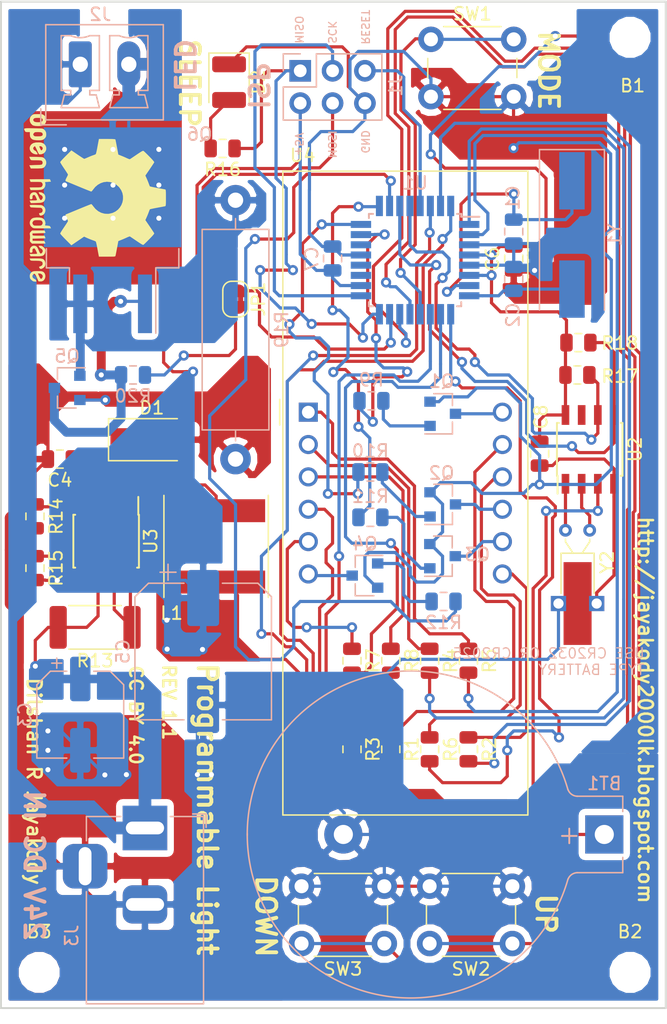
<source format=kicad_pcb>
(kicad_pcb (version 20171130) (host pcbnew 5.0.2-bee76a0~70~ubuntu16.04.1)
  (title_block (title "Programmable Light") (date 2019-03-17) (rev 1.1.0) (company "Dilshan R Jayakody") (comment 1 jayakody2000lk@gmail.com) (comment 2 jayakody.info) (comment 3 "This work is released under the Creative Commons Attribution 4.0 International."))
  (layers (0 F.Cu signal) (31 B.Cu signal) (34 B.Paste user) (35 F.Paste user) (36 B.SilkS user) (37 F.SilkS user) (38 B.Mask user) (39 F.Mask user) (44 Edge.Cuts user))
  (net 0 "")
  (net 1 GND)
  (net 2 "Net-(BT1-Pad1)")
  (net 3 "Net-(C1-Pad1)")
  (net 4 "Net-(C2-Pad1)")
  (net 5 +24V)
  (net 6 "Net-(C4-Pad1)")
  (net 7 +5V)
  (net 8 "Net-(D1-Pad1)")
  (net 9 "Net-(D2-Pad2)")
  (net 10 PB4)
  (net 11 PB5)
  (net 12 PB3)
  (net 13 RESET)
  (net 14 "Net-(J2-Pad2)")
  (net 15 "Net-(JP1-Pad2)")
  (net 16 SEG1)
  (net 17 SEG2)
  (net 18 SEG3)
  (net 19 SEG4)
  (net 20 "Net-(Q5-Pad3)")
  (net 21 "Net-(Q5-Pad1)")
  (net 22 "Net-(R1-Pad2)")
  (net 23 SSD1)
  (net 24 "Net-(R2-Pad2)")
  (net 25 SSD2)
  (net 26 "Net-(R3-Pad2)")
  (net 27 SSD3)
  (net 28 "Net-(R4-Pad2)")
  (net 29 SSD4)
  (net 30 SSD5)
  (net 31 "Net-(R5-Pad2)")
  (net 32 "Net-(R6-Pad2)")
  (net 33 SSD6)
  (net 34 SSD7)
  (net 35 "Net-(R7-Pad2)")
  (net 36 SSD8)
  (net 37 "Net-(R8-Pad2)")
  (net 38 "Net-(R9-Pad2)")
  (net 39 "Net-(R10-Pad2)")
  (net 40 "Net-(R11-Pad2)")
  (net 41 "Net-(R12-Pad2)")
  (net 42 "Net-(R13-Pad1)")
  (net 43 "Net-(R14-Pad2)")
  (net 44 SCL)
  (net 45 SDA)
  (net 46 "Net-(U2-Pad2)")
  (net 47 "Net-(U2-Pad1)")
  (net 48 SSD-S1)
  (net 49 SSD-S2)
  (net 50 SSD-S3)
  (net 51 SSD-S4)
  (net 52 INPUT1)
  (net 53 INPUT2)
  (net 54 INPUT3)
  (module MountingHole:MountingHole_2.2mm_M2 (layer F.Cu) (at 118 128.8)
    (fp_text reference B3 (at 0 -3.2) (layer F.SilkS))
    (fp_text value M2-1)
    (pad 1 np_thru_hole circle (at 0 0) (size 2.2 2.2) (drill 2.2) (layers *.Cu *.Mask))
  )
  (module MountingHole:MountingHole_2.2mm_M2 (layer F.Cu) (at 164.4 55.4)
    (fp_text reference B1 (at 0.2 3.8) (layer F.SilkS))
    (fp_text value M2-1)
    (pad 1 np_thru_hole circle (at 0 0) (size 2.2 2.2) (drill 2.2) (layers *.Cu *.Mask))
  )
  (module Display_7Segment:CA56-12CGKWA (layer F.Cu) (at 139.135 84.825)
    (fp_text reference U4 (at -0.44 -20.15) (layer F.SilkS))
    (fp_text value SSD-COM-CAT)
    (pad 1 thru_hole rect (at 0 0) (size 1.5 1.5) (drill 1) (layers *.Cu *.Mask) (net 30 SSD5))
    (pad 2 thru_hole circle (at 0 2.54) (size 1.5 1.5) (drill 1) (layers *.Cu *.Mask) (net 29 SSD4))
    (pad 3 thru_hole circle (at 0 5.08) (size 1.5 1.5) (drill 1) (layers *.Cu *.Mask) (net 36 SSD8))
    (pad 4 thru_hole circle (at 0 7.62) (size 1.5 1.5) (drill 1) (layers *.Cu *.Mask) (net 27 SSD3))
    (pad 5 thru_hole circle (at 0 10.16) (size 1.5 1.5) (drill 1) (layers *.Cu *.Mask) (net 34 SSD7))
    (pad 6 thru_hole circle (at 0 12.7) (size 1.5 1.5) (drill 1) (layers *.Cu *.Mask) (net 51 SSD-S4))
    (pad 7 thru_hole circle (at 15.24 12.7) (size 1.5 1.5) (drill 1) (layers *.Cu *.Mask) (net 25 SSD2))
    (pad 8 thru_hole circle (at 15.24 10.16) (size 1.5 1.5) (drill 1) (layers *.Cu *.Mask) (net 50 SSD-S3))
    (pad 9 thru_hole circle (at 15.24 7.62) (size 1.5 1.5) (drill 1) (layers *.Cu *.Mask) (net 49 SSD-S2))
    (pad 10 thru_hole circle (at 15.24 5.08) (size 1.5 1.5) (drill 1) (layers *.Cu *.Mask) (net 33 SSD6))
    (pad 11 thru_hole circle (at 15.24 2.54) (size 1.5 1.5) (drill 1) (layers *.Cu *.Mask) (net 23 SSD1))
    (pad 12 thru_hole circle (at 15.24 0) (size 1.5 1.5) (drill 1) (layers *.Cu *.Mask) (net 48 SSD-S1))
  )
  (module Connector_BarrelJack:BarrelJack_Horizontal (layer B.Cu) (at 126.308 117.464 90)
    (fp_text reference J3 (at -8.45 -5.75 90) (layer B.SilkS) (effects (justify mirror)))
    (fp_text value DC-24V-IN)
    (pad 1 thru_hole rect (at 0 0 90) (size 3.5 3.5) (drill oval 1 3) (layers *.Cu *.Mask) (net 5 +24V))
    (pad 2 thru_hole roundrect (at -6 0 90) (size 3 3.5) (drill oval 1 3) (layers *.Cu *.Mask) (net 1 GND))
    (pad 3 thru_hole roundrect (at -3 -4.7 90) (size 3.5 3.5) (drill oval 3 1) (layers *.Cu *.Mask) (net 1 GND))
  )
  (module Resistor_SMD:R_0805_2012Metric (layer F.Cu) (at 145.612 104.3345 270)
    (fp_text reference R8 (at 0 -1.65 270) (layer F.SilkS))
    (fp_text value 330R)
    (pad 1 smd roundrect (at -0.9375 0 270) (size 0.975 1.4) (layers F.Cu F.Paste F.Mask) (net 36 SSD8))
    (pad 2 smd roundrect (at 0.9375 0 270) (size 0.975 1.4) (layers F.Cu F.Paste F.Mask) (net 37 "Net-(R8-Pad2)"))
  )
  (module Battery:BatteryHolder_Keystone_104_1x23mm (layer B.Cu) (at 162.376 117.972 180)
    (fp_text reference BT1 (at 0 4 180) (layer B.SilkS) (effects (justify mirror)))
    (fp_text value CR2032H)
    (fp_text user + (at 2.75 0 180) (layer B.SilkS) (effects (font (size 1.5 1.5)) (justify mirror)))
    (pad 2 thru_hole circle (at 20.49 0 180) (size 3 3) (drill 1.5) (layers *.Cu *.Mask) (net 1 GND))
    (pad 1 thru_hole rect (at 0 0 180) (size 3 3) (drill 1.5) (layers *.Cu *.Mask) (net 2 "Net-(BT1-Pad1)"))
  )
  (module Capacitor_SMD:C_0805_2012Metric (layer B.Cu) (at 155.264 70.6495 270)
    (fp_text reference C1 (at -2.6495 0.064 270) (layer B.SilkS) (effects (justify mirror)))
    (fp_text value 22pF)
    (pad 1 smd roundrect (at -0.9375 0 270) (size 0.975 1.4) (layers B.Cu B.Paste B.Mask) (net 3 "Net-(C1-Pad1)"))
    (pad 2 smd roundrect (at 0.9375 0 270) (size 0.975 1.4) (layers B.Cu B.Paste B.Mask) (net 1 GND))
  )
  (module Capacitor_SMD:C_0805_2012Metric (layer B.Cu) (at 155.264 74.3625 90)
    (fp_text reference C2 (at -2.8375 -0.064 90) (layer B.SilkS) (effects (justify mirror)))
    (fp_text value 22pF)
    (pad 2 smd roundrect (at 0.9375 0 90) (size 0.975 1.4) (layers B.Cu B.Paste B.Mask) (net 1 GND))
    (pad 1 smd roundrect (at -0.9375 0 90) (size 0.975 1.4) (layers B.Cu B.Paste B.Mask) (net 4 "Net-(C2-Pad1)"))
  )
  (module Capacitor_SMD:CP_Elec_6.3x5.4 (layer B.Cu) (at 121.228 108.568 270)
    (fp_text reference C3 (at 0 4.35 270) (layer B.SilkS) (effects (justify mirror)))
    (fp_text value 100MFD)
    (pad 1 smd roundrect (at -2.8 0 270) (size 3.5 1.6) (layers B.Cu B.Paste B.Mask) (roundrect_rratio 0.15625) (net 5 +24V))
    (pad 2 smd roundrect (at 2.8 0 270) (size 3.5 1.6) (layers B.Cu B.Paste B.Mask) (roundrect_rratio 0.15625) (net 1 GND))
  )
  (module Capacitor_SMD:C_0805_2012Metric (layer F.Cu) (at 119.6255 88.508 180)
    (fp_text reference C4 (at 0 -1.65 180) (layer F.SilkS))
    (fp_text value 470pF)
    (pad 1 smd roundrect (at -0.9375 0 180) (size 0.975 1.4) (layers F.Cu F.Paste F.Mask) (net 6 "Net-(C4-Pad1)"))
    (pad 2 smd roundrect (at 0.9375 0 180) (size 0.975 1.4) (layers F.Cu F.Paste F.Mask) (net 1 GND))
  )
  (module Capacitor_SMD:CP_Elec_10x10.5 (layer B.Cu) (at 130.88 103.612 270)
    (fp_text reference C5 (at 0 6.3 270) (layer B.SilkS) (effects (justify mirror)))
    (fp_text value 470MFD)
    (pad 1 smd roundrect (at -4.2 0 270) (size 4.4 2.5) (layers B.Cu B.Paste B.Mask) (roundrect_rratio 0.1) (net 7 +5V))
    (pad 2 smd roundrect (at 4.2 0 270) (size 4.4 2.5) (layers B.Cu B.Paste B.Mask) (roundrect_rratio 0.1) (net 1 GND))
  )
  (module Capacitor_SMD:C_0805_2012Metric (layer F.Cu) (at 155.264 72.76 270)
    (fp_text reference C6 (at 0.04 1.664 270) (layer F.SilkS))
    (fp_text value 0.1MFD)
    (pad 1 smd roundrect (at -0.9375 0 270) (size 0.975 1.4) (layers F.Cu F.Paste F.Mask) (net 7 +5V))
    (pad 2 smd roundrect (at 0.9375 0 270) (size 0.975 1.4) (layers F.Cu F.Paste F.Mask) (net 1 GND))
  )
  (module Capacitor_SMD:C_0805_2012Metric (layer B.Cu) (at 141.04 72.76 90)
    (fp_text reference C7 (at -0.04 -1.64 90) (layer B.SilkS) (effects (justify mirror)))
    (fp_text value 0.1MFD)
    (pad 2 smd roundrect (at 0.9375 0 90) (size 0.975 1.4) (layers B.Cu B.Paste B.Mask) (net 1 GND))
    (pad 1 smd roundrect (at -0.9375 0 90) (size 0.975 1.4) (layers B.Cu B.Paste B.Mask) (net 7 +5V))
  )
  (module Capacitor_SMD:C_0805_2012Metric (layer F.Cu) (at 157.296 88.0785 270)
    (fp_text reference C8 (at -2.8785 -0.104 270) (layer F.SilkS))
    (fp_text value 0.1MFD)
    (pad 2 smd roundrect (at 0.9375 0 270) (size 0.975 1.4) (layers F.Cu F.Paste F.Mask) (net 1 GND))
    (pad 1 smd roundrect (at -0.9375 0 270) (size 0.975 1.4) (layers F.Cu F.Paste F.Mask) (net 7 +5V))
  )
  (module Diode_SMD:D_SMA (layer F.Cu) (at 126.848 86.984)
    (fp_text reference D1 (at 0 -2.5) (layer F.SilkS))
    (fp_text value SS14)
    (pad 1 smd rect (at -2 0) (size 2.5 1.8) (layers F.Cu F.Paste F.Mask) (net 8 "Net-(D1-Pad1)"))
    (pad 2 smd rect (at 2 0) (size 2.5 1.8) (layers F.Cu F.Paste F.Mask) (net 1 GND))
  )
  (module LED_SMD:LED_1210_3225Metric (layer F.Cu) (at 132.912 58.92 270)
    (fp_text reference D2 (at 0 -2.28 270) (layer F.SilkS))
    (fp_text value 3528-LED)
    (pad 1 smd roundrect (at -1.4 0 270) (size 1.25 2.65) (layers F.Cu F.Paste F.Mask) (roundrect_rratio 0.2) (net 1 GND))
    (pad 2 smd roundrect (at 1.4 0 270) (size 1.25 2.65) (layers F.Cu F.Paste F.Mask) (roundrect_rratio 0.2) (net 9 "Net-(D2-Pad2)"))
  )
  (module Connector_PinHeader_2.54mm:PinHeader_2x03_P2.54mm_Vertical (layer B.Cu) (at 138.5 58.028 270)
    (fp_text reference J1 (at 1.172 -7.5 90) (layer B.SilkS) (effects (justify mirror)))
    (fp_text value ISP)
    (pad 1 thru_hole rect (at 0 0 270) (size 1.7 1.7) (drill 1) (layers *.Cu *.Mask) (net 10 PB4))
    (pad 2 thru_hole oval (at 2.54 0 270) (size 1.7 1.7) (drill 1) (layers *.Cu *.Mask) (net 7 +5V))
    (pad 3 thru_hole oval (at 0 -2.54 270) (size 1.7 1.7) (drill 1) (layers *.Cu *.Mask) (net 11 PB5))
    (pad 4 thru_hole oval (at 2.54 -2.54 270) (size 1.7 1.7) (drill 1) (layers *.Cu *.Mask) (net 12 PB3))
    (pad 5 thru_hole oval (at 0 -5.08 270) (size 1.7 1.7) (drill 1) (layers *.Cu *.Mask) (net 13 RESET))
    (pad 6 thru_hole oval (at 2.54 -5.08 270) (size 1.7 1.7) (drill 1) (layers *.Cu *.Mask) (net 1 GND))
  )
  (module Connector_Phoenix_MC:PhoenixContact_MCV_1,5_2-G-3.81_1x02_P3.81mm_Vertical (layer B.Cu) (at 121.228 57.52)
    (fp_text reference J2 (at 1.572 -3.92) (layer B.SilkS) (effects (justify mirror)))
    (fp_text value "7W LED")
    (pad 1 thru_hole roundrect (at 0 0) (size 1.8 3.6) (drill 1.2) (layers *.Cu *.Mask) (roundrect_rratio 0.138889) (net 5 +24V))
    (pad 2 thru_hole oval (at 3.81 0) (size 1.8 3.6) (drill 1.2) (layers *.Cu *.Mask) (net 14 "Net-(J2-Pad2)"))
  )
  (module Jumper:SolderJumper-2_P1.3mm_Bridged2Bar_RoundedPad1.0x1.5mm (layer F.Cu) (at 133.42 75.95 270)
    (fp_text reference JP1 (at 0 -1.8 270) (layer F.SilkS))
    (fp_text value HI-DRV)
    (pad 1 smd custom (at -0.65 0 270) (size 1 0.5) (layers F.Cu F.Mask) (net 12 PB3) (options (clearance outline) (anchor rect)) (primitives (gr_circle (center 0 0.25) (end 0.5 0.25) (width 0)) (gr_circle (center 0 -0.25) (end 0.5 -0.25) (width 0)) (gr_poly (pts (xy 0.5 0.75) (xy 0.5 -0.75) (xy 0 -0.75) (xy 0 0.75)) (width 0)) (gr_poly (pts (xy 0.4 0.2) (xy 0.9 0.2) (xy 0.9 0.6) (xy 0.4 0.6)) (width 0)) (gr_poly (pts (xy 0.4 -0.6) (xy 0.9 -0.6) (xy 0.9 -0.2) (xy 0.4 -0.2)) (width 0))))
    (pad 2 smd custom (at 0.65 0 270) (size 1 0.5) (layers F.Cu F.Mask) (net 15 "Net-(JP1-Pad2)") (options (clearance outline) (anchor rect)) (primitives (gr_circle (center 0 0.25) (end 0.5 0.25) (width 0)) (gr_circle (center 0 -0.25) (end 0.5 -0.25) (width 0)) (gr_poly (pts (xy -0.5 0.75) (xy -0.5 -0.75) (xy 0 -0.75) (xy 0 0.75)) (width 0))))
  )
  (module Inductor_SMD:L_Taiyo-Yuden_NR-80xx (layer F.Cu) (at 131.896 95.36 270)
    (fp_text reference L1 (at 5.24 3.496) (layer F.SilkS))
    (fp_text value 220uH)
    (pad 1 smd rect (at -2.8 0 270) (size 1.8 7.7) (layers F.Cu F.Paste F.Mask) (net 8 "Net-(D1-Pad1)"))
    (pad 2 smd rect (at 2.8 0 270) (size 1.8 7.7) (layers F.Cu F.Paste F.Mask) (net 7 +5V))
  )
  (module Package_TO_SOT_SMD:SOT-23 (layer B.Cu) (at 149.692 84.952)
    (fp_text reference Q1 (at -0.092 -2.552) (layer B.SilkS) (effects (justify mirror)))
    (fp_text value MMBT3904)
    (pad 1 smd rect (at -1 0.95) (size 0.9 0.8) (layers B.Cu B.Paste B.Mask) (net 16 SEG1))
    (pad 2 smd rect (at -1 -0.95) (size 0.9 0.8) (layers B.Cu B.Paste B.Mask) (net 1 GND))
    (pad 3 smd rect (at 1 0) (size 0.9 0.8) (layers B.Cu B.Paste B.Mask) (net 48 SSD-S1))
  )
  (module Package_TO_SOT_SMD:SOT-23 (layer B.Cu) (at 149.692 92.064)
    (fp_text reference Q2 (at -0.092 -2.464) (layer B.SilkS) (effects (justify mirror)))
    (fp_text value MMBT3904)
    (pad 1 smd rect (at -1 0.95) (size 0.9 0.8) (layers B.Cu B.Paste B.Mask) (net 17 SEG2))
    (pad 2 smd rect (at -1 -0.95) (size 0.9 0.8) (layers B.Cu B.Paste B.Mask) (net 1 GND))
    (pad 3 smd rect (at 1 0) (size 0.9 0.8) (layers B.Cu B.Paste B.Mask) (net 49 SSD-S2))
  )
  (module Package_TO_SOT_SMD:SOT-23 (layer B.Cu) (at 149.676 96.128)
    (fp_text reference Q3 (at 2.724 -0.128) (layer B.SilkS) (effects (justify mirror)))
    (fp_text value MMBT3904)
    (pad 3 smd rect (at 1 0) (size 0.9 0.8) (layers B.Cu B.Paste B.Mask) (net 50 SSD-S3))
    (pad 2 smd rect (at -1 -0.95) (size 0.9 0.8) (layers B.Cu B.Paste B.Mask) (net 1 GND))
    (pad 1 smd rect (at -1 0.95) (size 0.9 0.8) (layers B.Cu B.Paste B.Mask) (net 18 SEG3))
  )
  (module Package_TO_SOT_SMD:SOT-23 (layer B.Cu) (at 143.58 97.652 180)
    (fp_text reference Q4 (at 0 2.5 180) (layer B.SilkS) (effects (justify mirror)))
    (fp_text value MMBT3904)
    (pad 1 smd rect (at -1 0.95 180) (size 0.9 0.8) (layers B.Cu B.Paste B.Mask) (net 19 SEG4))
    (pad 2 smd rect (at -1 -0.95 180) (size 0.9 0.8) (layers B.Cu B.Paste B.Mask) (net 1 GND))
    (pad 3 smd rect (at 1 0 180) (size 0.9 0.8) (layers B.Cu B.Paste B.Mask) (net 51 SSD-S4))
  )
  (module Package_TO_SOT_SMD:SOT-23 (layer B.Cu) (at 120.196 82.92 180)
    (fp_text reference Q5 (at 0 2.5 180) (layer B.SilkS) (effects (justify mirror)))
    (fp_text value MMBT3904)
    (pad 3 smd rect (at 1 0 180) (size 0.9 0.8) (layers B.Cu B.Paste B.Mask) (net 20 "Net-(Q5-Pad3)"))
    (pad 2 smd rect (at -1 -0.95 180) (size 0.9 0.8) (layers B.Cu B.Paste B.Mask) (net 1 GND))
    (pad 1 smd rect (at -1 0.95 180) (size 0.9 0.8) (layers B.Cu B.Paste B.Mask) (net 21 "Net-(Q5-Pad1)"))
  )
  (module Package_TO_SOT_SMD:TO-263-2 (layer B.Cu) (at 123.768 70.547 90)
    (fp_text reference Q6 (at 7.547 6.832 180) (layer B.SilkS) (effects (justify mirror)))
    (fp_text value RF1S540SM)
    (pad 1 smd rect (at -5.775 2.54 90) (size 4.6 1.1) (layers B.Cu B.Paste B.Mask) (net 20 "Net-(Q5-Pad3)"))
    (pad 3 smd rect (at -5.775 -2.54 90) (size 4.6 1.1) (layers B.Cu B.Paste B.Mask) (net 21 "Net-(Q5-Pad1)"))
    (pad 2 smd rect (at 3.375 0 90) (size 9.4 10.8) (layers B.Cu B.Mask) (net 14 "Net-(J2-Pad2)"))
  )
  (module Resistor_SMD:R_0805_2012Metric (layer F.Cu) (at 145.612 111.2895 270)
    (fp_text reference R1 (at 0 -1.65 270) (layer F.SilkS))
    (fp_text value 330R)
    (pad 2 smd roundrect (at 0.9375 0 270) (size 0.975 1.4) (layers F.Cu F.Paste F.Mask) (net 22 "Net-(R1-Pad2)"))
    (pad 1 smd roundrect (at -0.9375 0 270) (size 0.975 1.4) (layers F.Cu F.Paste F.Mask) (net 23 SSD1))
  )
  (module Resistor_SMD:R_0805_2012Metric (layer F.Cu) (at 151.708 111.2895 270)
    (fp_text reference R2 (at 0 -1.65 270) (layer F.SilkS))
    (fp_text value 330R)
    (pad 2 smd roundrect (at 0.9375 0 270) (size 0.975 1.4) (layers F.Cu F.Paste F.Mask) (net 24 "Net-(R2-Pad2)"))
    (pad 1 smd roundrect (at -0.9375 0 270) (size 0.975 1.4) (layers F.Cu F.Paste F.Mask) (net 25 SSD2))
  )
  (module Resistor_SMD:R_0805_2012Metric (layer F.Cu) (at 142.564 111.2895 270)
    (fp_text reference R3 (at 0 -1.65 270) (layer F.SilkS))
    (fp_text value 330R)
    (pad 2 smd roundrect (at 0.9375 0 270) (size 0.975 1.4) (layers F.Cu F.Paste F.Mask) (net 26 "Net-(R3-Pad2)"))
    (pad 1 smd roundrect (at -0.9375 0 270) (size 0.975 1.4) (layers F.Cu F.Paste F.Mask) (net 27 SSD3))
  )
  (module Resistor_SMD:R_0805_2012Metric (layer F.Cu) (at 148.66 104.3345 270)
    (fp_text reference R4 (at 0 -1.65 270) (layer F.SilkS))
    (fp_text value 330R)
    (pad 2 smd roundrect (at 0.9375 0 270) (size 0.975 1.4) (layers F.Cu F.Paste F.Mask) (net 28 "Net-(R4-Pad2)"))
    (pad 1 smd roundrect (at -0.9375 0 270) (size 0.975 1.4) (layers F.Cu F.Paste F.Mask) (net 29 SSD4))
  )
  (module Resistor_SMD:R_0805_2012Metric (layer F.Cu) (at 151.708 104.3345 270)
    (fp_text reference R5 (at 0 -1.65 270) (layer F.SilkS))
    (fp_text value 330R)
    (pad 1 smd roundrect (at -0.9375 0 270) (size 0.975 1.4) (layers F.Cu F.Paste F.Mask) (net 30 SSD5))
    (pad 2 smd roundrect (at 0.9375 0 270) (size 0.975 1.4) (layers F.Cu F.Paste F.Mask) (net 31 "Net-(R5-Pad2)"))
  )
  (module Resistor_SMD:R_0805_2012Metric (layer F.Cu) (at 148.66 111.2895 270)
    (fp_text reference R6 (at 0 -1.65 270) (layer F.SilkS))
    (fp_text value 330R)
    (pad 2 smd roundrect (at 0.9375 0 270) (size 0.975 1.4) (layers F.Cu F.Paste F.Mask) (net 32 "Net-(R6-Pad2)"))
    (pad 1 smd roundrect (at -0.9375 0 270) (size 0.975 1.4) (layers F.Cu F.Paste F.Mask) (net 33 SSD6))
  )
  (module Resistor_SMD:R_0805_2012Metric (layer F.Cu) (at 142.564 104.3345 270)
    (fp_text reference R7 (at 0 -1.65 270) (layer F.SilkS))
    (fp_text value 330R)
    (pad 1 smd roundrect (at -0.9375 0 270) (size 0.975 1.4) (layers F.Cu F.Paste F.Mask) (net 34 SSD7))
    (pad 2 smd roundrect (at 0.9375 0 270) (size 0.975 1.4) (layers F.Cu F.Paste F.Mask) (net 35 "Net-(R7-Pad2)"))
  )
  (module Resistor_SMD:R_0805_2012Metric (layer B.Cu) (at 144.088 83.936 180)
    (fp_text reference R9 (at 0 1.65 180) (layer B.SilkS) (effects (justify mirror)))
    (fp_text value 10K)
    (pad 1 smd roundrect (at -0.9375 0 180) (size 0.975 1.4) (layers B.Cu B.Paste B.Mask) (net 16 SEG1))
    (pad 2 smd roundrect (at 0.9375 0 180) (size 0.975 1.4) (layers B.Cu B.Paste B.Mask) (net 38 "Net-(R9-Pad2)"))
  )
  (module Resistor_SMD:R_0805_2012Metric (layer B.Cu) (at 144.0095 89.524 180)
    (fp_text reference R10 (at 0 1.65 180) (layer B.SilkS) (effects (justify mirror)))
    (fp_text value 10K)
    (pad 2 smd roundrect (at 0.9375 0 180) (size 0.975 1.4) (layers B.Cu B.Paste B.Mask) (net 39 "Net-(R10-Pad2)"))
    (pad 1 smd roundrect (at -0.9375 0 180) (size 0.975 1.4) (layers B.Cu B.Paste B.Mask) (net 17 SEG2))
  )
  (module Resistor_SMD:R_0805_2012Metric (layer B.Cu) (at 144.0095 93.08 180)
    (fp_text reference R11 (at 0 1.65 180) (layer B.SilkS) (effects (justify mirror)))
    (fp_text value 10K)
    (pad 1 smd roundrect (at -0.9375 0 180) (size 0.975 1.4) (layers B.Cu B.Paste B.Mask) (net 18 SEG3))
    (pad 2 smd roundrect (at 0.9375 0 180) (size 0.975 1.4) (layers B.Cu B.Paste B.Mask) (net 40 "Net-(R11-Pad2)"))
  )
  (module Resistor_SMD:R_0805_2012Metric (layer B.Cu) (at 149.7545 99.684)
    (fp_text reference R12 (at 0 1.65) (layer B.SilkS) (effects (justify mirror)))
    (fp_text value 10K)
    (pad 1 smd roundrect (at -0.9375 0) (size 0.975 1.4) (layers B.Cu B.Paste B.Mask) (net 19 SEG4))
    (pad 2 smd roundrect (at 0.9375 0) (size 0.975 1.4) (layers B.Cu B.Paste B.Mask) (net 41 "Net-(R12-Pad2)"))
  )
  (module Resistor_SMD:R_2512_6332Metric (layer F.Cu) (at 122.392 101.716 180)
    (fp_text reference R13 (at 0 -2.62 180) (layer F.SilkS))
    (fp_text value 0.33R)
    (pad 1 smd roundrect (at -2.9 0 180) (size 1.35 3.35) (layers F.Cu F.Paste F.Mask) (roundrect_rratio 0.185185) (net 42 "Net-(R13-Pad1)"))
    (pad 2 smd roundrect (at 2.9 0 180) (size 1.35 3.35) (layers F.Cu F.Paste F.Mask) (roundrect_rratio 0.185185) (net 5 +24V))
  )
  (module Resistor_SMD:R_0805_2012Metric (layer F.Cu) (at 117.672 93.0015 270)
    (fp_text reference R14 (at 0 -1.65 270) (layer F.SilkS))
    (fp_text value 1.8K)
    (pad 2 smd roundrect (at 0.9375 0 270) (size 0.975 1.4) (layers F.Cu F.Paste F.Mask) (net 43 "Net-(R14-Pad2)"))
    (pad 1 smd roundrect (at -0.9375 0 270) (size 0.975 1.4) (layers F.Cu F.Paste F.Mask) (net 1 GND))
  )
  (module Resistor_SMD:R_0805_2012Metric (layer F.Cu) (at 117.672 97.0655 270)
    (fp_text reference R15 (at 0 -1.65 270) (layer F.SilkS))
    (fp_text value 5.6K)
    (pad 1 smd roundrect (at -0.9375 0 270) (size 0.975 1.4) (layers F.Cu F.Paste F.Mask) (net 43 "Net-(R14-Pad2)"))
    (pad 2 smd roundrect (at 0.9375 0 270) (size 0.975 1.4) (layers F.Cu F.Paste F.Mask) (net 7 +5V))
  )
  (module Resistor_SMD:R_0805_2012Metric (layer F.Cu) (at 132.404 64.124 180)
    (fp_text reference R16 (at 0 -1.65 180) (layer F.SilkS))
    (fp_text value 560R)
    (pad 2 smd roundrect (at 0.9375 0 180) (size 0.975 1.4) (layers F.Cu F.Paste F.Mask) (net 9 "Net-(D2-Pad2)"))
    (pad 1 smd roundrect (at -0.9375 0 180) (size 0.975 1.4) (layers F.Cu F.Paste F.Mask) (net 10 PB4))
  )
  (module Resistor_SMD:R_0805_2012Metric (layer F.Cu) (at 160.2655 81.904)
    (fp_text reference R17 (at 3.3345 0.096) (layer F.SilkS))
    (fp_text value 4.7K)
    (pad 1 smd roundrect (at -0.9375 0) (size 0.975 1.4) (layers F.Cu F.Paste F.Mask) (net 7 +5V))
    (pad 2 smd roundrect (at 0.9375 0) (size 0.975 1.4) (layers F.Cu F.Paste F.Mask) (net 44 SCL))
  )
  (module Resistor_SMD:R_0805_2012Metric (layer F.Cu) (at 160.344 79.364)
    (fp_text reference R18 (at 3.256 0.036) (layer F.SilkS))
    (fp_text value 4.7K)
    (pad 2 smd roundrect (at 0.9375 0) (size 0.975 1.4) (layers F.Cu F.Paste F.Mask) (net 45 SDA))
    (pad 1 smd roundrect (at -0.9375 0) (size 0.975 1.4) (layers F.Cu F.Paste F.Mask) (net 7 +5V))
  )
  (module Resistor_THT:R_Axial_DIN0516_L15.5mm_D5.0mm_P20.32mm_Horizontal (layer B.Cu) (at 133.42 88.508 90)
    (fp_text reference R19 (at 10.16 3.62 90) (layer B.SilkS) (effects (justify mirror)))
    (fp_text value 2.2R)
    (pad 1 thru_hole circle (at 0 0 90) (size 2.4 2.4) (drill 1.2) (layers *.Cu *.Mask) (net 1 GND))
    (pad 2 thru_hole oval (at 20.32 0 90) (size 2.4 2.4) (drill 1.2) (layers *.Cu *.Mask) (net 21 "Net-(Q5-Pad1)"))
  )
  (module Resistor_SMD:R_0805_2012Metric (layer B.Cu) (at 125.3705 81.904)
    (fp_text reference R20 (at 0 1.65) (layer B.SilkS) (effects (justify mirror)))
    (fp_text value 10K)
    (pad 1 smd roundrect (at -0.9375 0) (size 0.975 1.4) (layers B.Cu B.Paste B.Mask) (net 20 "Net-(Q5-Pad3)"))
    (pad 2 smd roundrect (at 0.9375 0) (size 0.975 1.4) (layers B.Cu B.Paste B.Mask) (net 15 "Net-(JP1-Pad2)"))
  )
  (module Package_QFP:TQFP-32_7x7mm_P0.8mm (layer B.Cu) (at 147.517 72.887 180)
    (fp_text reference U1 (at 0 6.05 180) (layer B.SilkS) (effects (justify mirror)))
    (fp_text value ATmega8L)
    (pad 1 smd rect (at -4.25 2.8 180) (size 1.6 0.55) (layers B.Cu B.Paste B.Mask) (net 28 "Net-(R4-Pad2)"))
    (pad 2 smd rect (at -4.25 2 180) (size 1.6 0.55) (layers B.Cu B.Paste B.Mask) (net 31 "Net-(R5-Pad2)"))
    (pad 3 smd rect (at -4.25 1.2 180) (size 1.6 0.55) (layers B.Cu B.Paste B.Mask) (net 1 GND))
    (pad 4 smd rect (at -4.25 0.4 180) (size 1.6 0.55) (layers B.Cu B.Paste B.Mask) (net 7 +5V))
    (pad 5 smd rect (at -4.25 -0.4 180) (size 1.6 0.55) (layers B.Cu B.Paste B.Mask) (net 1 GND))
    (pad 6 smd rect (at -4.25 -1.2 180) (size 1.6 0.55) (layers B.Cu B.Paste B.Mask) (net 7 +5V))
    (pad 7 smd rect (at -4.25 -2 180) (size 1.6 0.55) (layers B.Cu B.Paste B.Mask) (net 3 "Net-(C1-Pad1)"))
    (pad 8 smd rect (at -4.25 -2.8 180) (size 1.6 0.55) (layers B.Cu B.Paste B.Mask) (net 4 "Net-(C2-Pad1)"))
    (pad 9 smd rect (at -2.8 -4.25 90) (size 1.6 0.55) (layers B.Cu B.Paste B.Mask) (net 32 "Net-(R6-Pad2)"))
    (pad 10 smd rect (at -2 -4.25 90) (size 1.6 0.55) (layers B.Cu B.Paste B.Mask) (net 35 "Net-(R7-Pad2)"))
    (pad 11 smd rect (at -1.2 -4.25 90) (size 1.6 0.55) (layers B.Cu B.Paste B.Mask) (net 37 "Net-(R8-Pad2)"))
    (pad 12 smd rect (at -0.4 -4.25 90) (size 1.6 0.55) (layers B.Cu B.Paste B.Mask) (net 52 INPUT1))
    (pad 13 smd rect (at 0.4 -4.25 90) (size 1.6 0.55) (layers B.Cu B.Paste B.Mask) (net 53 INPUT2))
    (pad 14 smd rect (at 1.2 -4.25 90) (size 1.6 0.55) (layers B.Cu B.Paste B.Mask) (net 54 INPUT3))
    (pad 15 smd rect (at 2 -4.25 90) (size 1.6 0.55) (layers B.Cu B.Paste B.Mask) (net 12 PB3))
    (pad 16 smd rect (at 2.8 -4.25 90) (size 1.6 0.55) (layers B.Cu B.Paste B.Mask) (net 10 PB4))
    (pad 17 smd rect (at 4.25 -2.8 180) (size 1.6 0.55) (layers B.Cu B.Paste B.Mask) (net 11 PB5))
    (pad 18 smd rect (at 4.25 -2 180) (size 1.6 0.55) (layers B.Cu B.Paste B.Mask) (net 7 +5V))
    (pad 19 smd rect (at 4.25 -1.2 180) (size 1.6 0.55) (layers B.Cu B.Paste B.Mask))
    (pad 20 smd rect (at 4.25 -0.4 180) (size 1.6 0.55) (layers B.Cu B.Paste B.Mask))
    (pad 21 smd rect (at 4.25 0.4 180) (size 1.6 0.55) (layers B.Cu B.Paste B.Mask) (net 1 GND))
    (pad 22 smd rect (at 4.25 1.2 180) (size 1.6 0.55) (layers B.Cu B.Paste B.Mask))
    (pad 23 smd rect (at 4.25 2 180) (size 1.6 0.55) (layers B.Cu B.Paste B.Mask) (net 38 "Net-(R9-Pad2)"))
    (pad 24 smd rect (at 4.25 2.8 180) (size 1.6 0.55) (layers B.Cu B.Paste B.Mask) (net 39 "Net-(R10-Pad2)"))
    (pad 25 smd rect (at 2.8 4.25 90) (size 1.6 0.55) (layers B.Cu B.Paste B.Mask) (net 40 "Net-(R11-Pad2)"))
    (pad 26 smd rect (at 2 4.25 90) (size 1.6 0.55) (layers B.Cu B.Paste B.Mask) (net 41 "Net-(R12-Pad2)"))
    (pad 27 smd rect (at 1.2 4.25 90) (size 1.6 0.55) (layers B.Cu B.Paste B.Mask) (net 45 SDA))
    (pad 28 smd rect (at 0.4 4.25 90) (size 1.6 0.55) (layers B.Cu B.Paste B.Mask) (net 44 SCL))
    (pad 29 smd rect (at -0.4 4.25 90) (size 1.6 0.55) (layers B.Cu B.Paste B.Mask) (net 13 RESET))
    (pad 30 smd rect (at -1.2 4.25 90) (size 1.6 0.55) (layers B.Cu B.Paste B.Mask) (net 22 "Net-(R1-Pad2)"))
    (pad 31 smd rect (at -2 4.25 90) (size 1.6 0.55) (layers B.Cu B.Paste B.Mask) (net 24 "Net-(R2-Pad2)"))
    (pad 32 smd rect (at -2.8 4.25 90) (size 1.6 0.55) (layers B.Cu B.Paste B.Mask) (net 26 "Net-(R3-Pad2)"))
  )
  (module Package_SO:SOIC-8_3.9x4.9mm_P1.27mm (layer F.Cu) (at 161.233 87.746 90)
    (fp_text reference U2 (at 0 3.567 90) (layer F.SilkS))
    (fp_text value DS1307Z+T&R)
    (pad 8 smd rect (at 2.7 -1.905 90) (size 1.55 0.6) (layers F.Cu F.Paste F.Mask) (net 7 +5V))
    (pad 7 smd rect (at 2.7 -0.635 90) (size 1.55 0.6) (layers F.Cu F.Paste F.Mask))
    (pad 6 smd rect (at 2.7 0.635 90) (size 1.55 0.6) (layers F.Cu F.Paste F.Mask) (net 44 SCL))
    (pad 5 smd rect (at 2.7 1.905 90) (size 1.55 0.6) (layers F.Cu F.Paste F.Mask) (net 45 SDA))
    (pad 4 smd rect (at -2.7 1.905 90) (size 1.55 0.6) (layers F.Cu F.Paste F.Mask) (net 1 GND))
    (pad 3 smd rect (at -2.7 0.635 90) (size 1.55 0.6) (layers F.Cu F.Paste F.Mask) (net 2 "Net-(BT1-Pad1)"))
    (pad 2 smd rect (at -2.7 -0.635 90) (size 1.55 0.6) (layers F.Cu F.Paste F.Mask) (net 46 "Net-(U2-Pad2)"))
    (pad 1 smd rect (at -2.7 -1.905 90) (size 1.55 0.6) (layers F.Cu F.Paste F.Mask) (net 47 "Net-(U2-Pad1)"))
  )
  (module Package_SO:SOIC-8_3.9x4.9mm_P1.27mm (layer F.Cu) (at 123.26 94.952 270)
    (fp_text reference U3 (at 0 -3.5 270) (layer F.SilkS))
    (fp_text value MC34063AD)
    (pad 1 smd rect (at -2.7 -1.905 270) (size 1.55 0.6) (layers F.Cu F.Paste F.Mask) (net 42 "Net-(R13-Pad1)"))
    (pad 2 smd rect (at -2.7 -0.635 270) (size 1.55 0.6) (layers F.Cu F.Paste F.Mask) (net 8 "Net-(D1-Pad1)"))
    (pad 3 smd rect (at -2.7 0.635 270) (size 1.55 0.6) (layers F.Cu F.Paste F.Mask) (net 6 "Net-(C4-Pad1)"))
    (pad 4 smd rect (at -2.7 1.905 270) (size 1.55 0.6) (layers F.Cu F.Paste F.Mask) (net 1 GND))
    (pad 5 smd rect (at 2.7 1.905 270) (size 1.55 0.6) (layers F.Cu F.Paste F.Mask) (net 43 "Net-(R14-Pad2)"))
    (pad 6 smd rect (at 2.7 0.635 270) (size 1.55 0.6) (layers F.Cu F.Paste F.Mask) (net 5 +24V))
    (pad 7 smd rect (at 2.7 -0.635 270) (size 1.55 0.6) (layers F.Cu F.Paste F.Mask) (net 42 "Net-(R13-Pad1)"))
    (pad 8 smd rect (at 2.7 -1.905 270) (size 1.55 0.6) (layers F.Cu F.Paste F.Mask) (net 42 "Net-(R13-Pad1)"))
  )
  (module Crystal:Crystal_SMD_HC49-SD (layer B.Cu) (at 159.836 70.914 270)
    (fp_text reference Y1 (at 0 -3.364 270) (layer B.SilkS) (effects (justify mirror)))
    (fp_text value 4.00MHz)
    (pad 1 smd rect (at -4.25 0 270) (size 4.5 2) (layers B.Cu B.Paste B.Mask) (net 3 "Net-(C1-Pad1)"))
    (pad 2 smd rect (at 4.25 0 270) (size 4.5 2) (layers B.Cu B.Paste B.Mask) (net 4 "Net-(C2-Pad1)"))
  )
  (module Button_Switch_THT:SW_PUSH_6mm (layer F.Cu) (at 148.764 55.56)
    (fp_text reference SW1 (at 3.25 -2) (layer F.SilkS))
    (fp_text value MODE)
    (pad 2 thru_hole circle (at 0 4.5 90) (size 2 2) (drill 1.1) (layers *.Cu *.Mask) (net 1 GND))
    (pad 1 thru_hole circle (at 0 0 90) (size 2 2) (drill 1.1) (layers *.Cu *.Mask) (net 52 INPUT1))
    (pad 2 thru_hole circle (at 6.5 4.5 90) (size 2 2) (drill 1.1) (layers *.Cu *.Mask) (net 1 GND))
    (pad 1 thru_hole circle (at 6.5 0 90) (size 2 2) (drill 1.1) (layers *.Cu *.Mask) (net 52 INPUT1))
  )
  (module Button_Switch_THT:SW_PUSH_6mm (layer F.Cu) (at 155.16 126.536 180)
    (fp_text reference SW2 (at 3.25 -2 180) (layer F.SilkS))
    (fp_text value UP)
    (pad 1 thru_hole circle (at 6.5 0 270) (size 2 2) (drill 1.1) (layers *.Cu *.Mask) (net 53 INPUT2))
    (pad 2 thru_hole circle (at 6.5 4.5 270) (size 2 2) (drill 1.1) (layers *.Cu *.Mask) (net 1 GND))
    (pad 1 thru_hole circle (at 0 0 270) (size 2 2) (drill 1.1) (layers *.Cu *.Mask) (net 53 INPUT2))
    (pad 2 thru_hole circle (at 0 4.5 270) (size 2 2) (drill 1.1) (layers *.Cu *.Mask) (net 1 GND))
  )
  (module Button_Switch_THT:SW_PUSH_6mm (layer F.Cu) (at 145.104 126.536 180)
    (fp_text reference SW3 (at 3.25 -2 180) (layer F.SilkS))
    (fp_text value DOWN)
    (pad 2 thru_hole circle (at 0 4.5 270) (size 2 2) (drill 1.1) (layers *.Cu *.Mask) (net 1 GND))
    (pad 1 thru_hole circle (at 0 0 270) (size 2 2) (drill 1.1) (layers *.Cu *.Mask) (net 54 INPUT3))
    (pad 2 thru_hole circle (at 6.5 4.5 270) (size 2 2) (drill 1.1) (layers *.Cu *.Mask) (net 1 GND))
    (pad 1 thru_hole circle (at 6.5 0 270) (size 2 2) (drill 1.1) (layers *.Cu *.Mask) (net 54 INPUT3))
  )
  (module Crystal:Crystal_C26-LF_D2.1mm_L6.5mm_Horizontal_1EP_style2 (layer F.Cu) (at 159.328 94.096)
    (fp_text reference Y2 (at 3.272 2.504 90) (layer F.SilkS))
    (fp_text value 32.768kHz)
    (pad 1 thru_hole circle (at 0 0) (size 1 1) (drill 0.5) (layers *.Cu *.Mask) (net 47 "Net-(U2-Pad1)"))
    (pad 2 thru_hole circle (at 1.9 0) (size 1 1) (drill 0.5) (layers *.Cu *.Mask) (net 46 "Net-(U2-Pad2)"))
    (pad 3 smd rect (at 0.95 5.75) (size 2.2 6.5) (layers F.Cu F.Paste F.Mask) (net 1 GND))
    (pad 3 thru_hole rect (at -0.55 5.75) (size 1.2 1.2) (drill 0.8) (layers *.Cu *.Mask) (net 1 GND))
    (pad 3 thru_hole rect (at 2.45 5.75) (size 1.2 1.2) (drill 0.8) (layers *.Cu *.Mask) (net 1 GND))
  )
  (module MountingHole:MountingHole_2.2mm_M2 (layer F.Cu) (at 164.4 128.8)
    (fp_text reference B2 (at 0 -3.2) (layer F.SilkS))
    (fp_text value M2-1)
    (pad 1 np_thru_hole circle (at 0 0) (size 2.2 2.2) (drill 2.2) (layers *.Cu *.Mask))
  )
  (module Symbol:OSHW-Logo2_14.6x12mm_SilkScreen (layer F.Cu) (at 122.4 68 270)
    (fp_text reference "" hide)
    (fp_text value OSHW-Logo2_14.6x12mm_SilkScreen hide)
  )
  (gr_line (start 115 52.6) (end 167.2 52.6) (layer Edge.Cuts) (width 0.15))
  (gr_line (start 115 131.6) (end 115 52.6) (layer Edge.Cuts) (width 0.15))
  (gr_line (start 167.2 131.6) (end 115 131.6) (layer Edge.Cuts) (width 0.15))
  (gr_line (start 167.2 52.6) (end 167.2 131.6) (layer Edge.Cuts) (width 0.15))
  (gr_text "USE CR2032 OR CR2025\nTYPE BATTERY" (at 165.6 104.4) (layer B.SilkS) (effects (font (size 0.8 0.8) (thickness 0.1)) (justify left mirror)))
  (gr_text MISO (at 138.4 54.8 270) (layer B.SilkS) (effects (font (size 0.6 0.6) (thickness 0.1)) (justify mirror)))
  (gr_text SCK (at 141 55 270) (layer B.SilkS) (effects (font (size 0.6 0.6) (thickness 0.1)) (justify mirror)))
  (gr_text MOSI (at 141 63.8 270) (layer B.SilkS) (effects (font (size 0.6 0.6) (thickness 0.1)) (justify mirror)))
  (gr_text +5V (at 138.4 63.8 270) (layer B.SilkS) (effects (font (size 0.6 0.6) (thickness 0.1)) (justify mirror)))
  (gr_text GND (at 143.6 63.6 270) (layer B.SilkS) (effects (font (size 0.6 0.6) (thickness 0.1)) (justify mirror)))
  (gr_text RESET (at 143.6 54.6 270) (layer B.SilkS) (effects (font (size 0.6 0.6) (thickness 0.1)) (justify mirror)))
  (gr_text LED (at 129.4 57.6 270) (layer B.SilkS) (effects (font (size 1.5 1.5) (thickness 0.3)) (justify mirror)))
  (gr_text ISP (at 135.2 59.2 270) (layer B.SilkS) (effects (font (size 1.5 1.5) (thickness 0.3)) (justify mirror)))
  (gr_text "24V DC IN" (at 117.6 120.4 270) (layer B.SilkS) (effects (font (size 1.5 1.5) (thickness 0.3)) (justify mirror)))
  (gr_text SLEEP (at 129.8 59 270) (layer F.SilkS) (effects (font (size 1.5 1.5) (thickness 0.3))))
  (gr_text DOWN (at 135.8 124.4 270) (layer F.SilkS) (effects (font (size 1.5 1.5) (thickness 0.3))))
  (gr_text UP (at 157.8 124.2 270) (layer F.SilkS) (effects (font (size 1.5 1.5) (thickness 0.3))))
  (gr_text MODE (at 158 58 270) (layer F.SilkS) (effects (font (size 1.5 1.5) (thickness 0.3))))
  (gr_text "Dilshan R Jayakody" (at 117.6 113.8 270) (layer F.SilkS) (effects (font (size 1.1 1.1) (thickness 0.2))))
  (gr_text http://jayakody2000lk.blogspot.com (at 165.6 108.2 270) (layer F.SilkS) (effects (font (size 1.1 1.1) (thickness 0.2))))
  (gr_text "CC BY 4.0" (at 125.6 108.6 270) (layer F.SilkS) (effects (font (size 1 1) (thickness 0.2))))
  (gr_text "REV 1.1" (at 128.2 107.6 270) (layer F.SilkS) (effects (font (size 1 1) (thickness 0.2))))
  (gr_text "Programmable Light" (at 131.2 116 270) (layer F.SilkS) (effects (font (size 1.5 1.5) (thickness 0.3))))
  (segment (start 163.138 91.471) (end 163.138 90.446) (width 0.25) (layer F.Cu) (net 1))
  (segment (start 163.138 97.636) (end 163.138 91.471) (width 0.25) (layer F.Cu) (net 1))
  (segment (start 161.778 98.996) (end 163.138 97.636) (width 0.25) (layer F.Cu) (net 1))
  (segment (start 161.778 99.846) (end 161.778 98.996) (width 0.25) (layer F.Cu) (net 1))
  (segment (start 157.296 89.016) (end 158.312 89.016) (width 0.25) (layer F.Cu) (net 1))
  (segment (start 158.312 89.016) (end 158.82 88.508) (width 0.25) (layer F.Cu) (net 1))
  (segment (start 158.82 88.508) (end 162.376 88.508) (width 0.25) (layer F.Cu) (net 1))
  (segment (start 163.138 89.27) (end 163.138 90.446) (width 0.25) (layer F.Cu) (net 1))
  (segment (start 162.376 88.508) (end 163.138 89.27) (width 0.25) (layer F.Cu) (net 1))
  (segment (start 155.264 71.587) (end 155.264 73.425) (width 0.25) (layer B.Cu) (net 1))
  (segment (start 155.126 73.287) (end 155.264 73.425) (width 0.25) (layer B.Cu) (net 1))
  (segment (start 151.767 73.287) (end 155.126 73.287) (width 0.25) (layer B.Cu) (net 1))
  (segment (start 141.7045 72.487) (end 141.04 71.8225) (width 0.25) (layer B.Cu) (net 1))
  (segment (start 143.267 72.487) (end 141.7045 72.487) (width 0.25) (layer B.Cu) (net 1))
  (segment (start 155.164 71.687) (end 155.264 71.587) (width 0.25) (layer B.Cu) (net 1))
  (segment (start 151.767 71.687) (end 155.164 71.687) (width 0.25) (layer B.Cu) (net 1))
  (segment (start 148.66 122.036) (end 155.16 122.036) (width 0.25) (layer B.Cu) (net 1))
  (segment (start 138.604 122.036) (end 145.104 122.036) (width 0.25) (layer B.Cu) (net 1))
  (segment (start 145.104 122.036) (end 148.66 122.036) (width 0.25) (layer F.Cu) (net 1))
  (segment (start 145.104 120.621787) (end 145.104 122.036) (width 0.25) (layer B.Cu) (net 1))
  (segment (start 144.00732 117.972) (end 145.104 119.06868) (width 0.25) (layer B.Cu) (net 1))
  (segment (start 145.104 119.06868) (end 145.104 120.621787) (width 0.25) (layer B.Cu) (net 1))
  (segment (start 141.886 117.972) (end 144.00732 117.972) (width 0.25) (layer B.Cu) (net 1))
  (segment (start 148.726 95.178) (end 149.676 94.228) (width 0.25) (layer B.Cu) (net 1))
  (segment (start 149.676 92.048) (end 148.742 91.114) (width 0.25) (layer B.Cu) (net 1))
  (segment (start 149.676 94.228) (end 149.676 92.048) (width 0.25) (layer B.Cu) (net 1))
  (segment (start 144.53 98.602) (end 143.58 97.652) (width 0.25) (layer B.Cu) (net 1))
  (segment (start 144.58 98.602) (end 144.53 98.602) (width 0.25) (layer B.Cu) (net 1))
  (segment (start 143.58 97.652) (end 143.58 96.128) (width 0.25) (layer B.Cu) (net 1))
  (segment (start 143.870999 95.837001) (end 145.957411 95.837001) (width 0.25) (layer B.Cu) (net 1))
  (segment (start 145.957411 95.837001) (end 147.136 97.01559) (width 0.25) (layer B.Cu) (net 1))
  (segment (start 143.58 96.128) (end 143.870999 95.837001) (width 0.25) (layer B.Cu) (net 1))
  (segment (start 147.136 97.01559) (end 147.136 97.652) (width 0.25) (layer B.Cu) (net 1))
  (segment (start 147.136 97.652) (end 147.644 98.16) (width 0.25) (layer B.Cu) (net 1))
  (segment (start 149.029002 98.16) (end 149.676 97.513002) (width 0.25) (layer B.Cu) (net 1))
  (segment (start 147.644 98.16) (end 149.029002 98.16) (width 0.25) (layer B.Cu) (net 1))
  (segment (start 148.726 95.178) (end 148.676 95.178) (width 0.25) (layer B.Cu) (net 1))
  (segment (start 149.676 96.128) (end 148.726 95.178) (width 0.25) (layer B.Cu) (net 1))
  (segment (start 149.676 97.513002) (end 149.676 96.128) (width 0.25) (layer B.Cu) (net 1))
  (segment (start 117.86 92.252) (end 117.672 92.064) (width 0.25) (layer F.Cu) (net 1))
  (segment (start 121.355 92.252) (end 117.86 92.252) (width 0.25) (layer F.Cu) (net 1))
  (segment (start 117.672 89.524) (end 118.688 88.508) (width 0.25) (layer F.Cu) (net 1))
  (segment (start 117.672 92.064) (end 117.672 89.524) (width 0.25) (layer F.Cu) (net 1))
  (segment (start 131.896 86.984) (end 128.848 86.984) (width 0.25) (layer F.Cu) (net 1))
  (segment (start 133.42 88.508) (end 131.896 86.984) (width 0.25) (layer F.Cu) (net 1))
  (segment (start 121.196 83.87) (end 123.194 83.87) (width 0.25) (layer B.Cu) (net 1))
  (via (at 123.194 83.87) (size 0.8) (drill 0.4) (layers F.Cu B.Cu) (net 1))
  (segment (start 128.848 85.834) (end 128.848 86.984) (width 0.25) (layer F.Cu) (net 1))
  (segment (start 126.884 83.87) (end 128.848 85.834) (width 0.25) (layer F.Cu) (net 1))
  (segment (start 142.404999 59.392999) (end 142.404999 57.171001) (width 0.25) (layer B.Cu) (net 1))
  (segment (start 143.58 60.568) (end 142.404999 59.392999) (width 0.25) (layer B.Cu) (net 1))
  (segment (start 142.404999 57.171001) (end 143.072 56.504) (width 0.25) (layer B.Cu) (net 1))
  (segment (start 146.622213 56.504) (end 148.764 58.645787) (width 0.25) (layer B.Cu) (net 1))
  (segment (start 148.764 58.645787) (end 148.764 60.06) (width 0.25) (layer B.Cu) (net 1))
  (segment (start 143.072 56.504) (end 146.622213 56.504) (width 0.25) (layer B.Cu) (net 1))
  (segment (start 124.458 123.464) (end 126.308 123.464) (width 0.25) (layer B.Cu) (net 1))
  (segment (start 121.608 120.464) (end 121.608 122.314) (width 0.25) (layer B.Cu) (net 1))
  (segment (start 119.758 120.464) (end 118.688 119.394) (width 0.25) (layer F.Cu) (net 1))
  (segment (start 121.608 120.464) (end 119.758 120.464) (width 0.25) (layer F.Cu) (net 1))
  (segment (start 118.688 119.394) (end 118.688 112.892) (width 0.25) (layer F.Cu) (net 1))
  (via (at 118.688 112.892) (size 0.8) (drill 0.4) (layers F.Cu B.Cu) (net 1))
  (segment (start 119.704 112.892) (end 121.228 111.368) (width 0.25) (layer B.Cu) (net 1))
  (segment (start 118.688 112.892) (end 119.704 112.892) (width 0.25) (layer B.Cu) (net 1))
  (segment (start 121.228 111.368) (end 120.328 111.368) (width 0.25) (layer B.Cu) (net 1))
  (via (at 118.688 111.368) (size 0.8) (drill 0.4) (layers F.Cu B.Cu) (net 1))
  (segment (start 120.328 111.368) (end 118.688 111.368) (width 0.25) (layer B.Cu) (net 1))
  (segment (start 118.688 111.368) (end 118.688 112.892) (width 0.25) (layer F.Cu) (net 1))
  (segment (start 121.228 111.368) (end 119.704 109.844) (width 0.25) (layer B.Cu) (net 1))
  (segment (start 119.704 109.844) (end 118.688 109.844) (width 0.25) (layer B.Cu) (net 1))
  (via (at 118.688 109.844) (size 0.8) (drill 0.4) (layers F.Cu B.Cu) (net 1))
  (segment (start 118.688 109.844) (end 118.688 111.368) (width 0.25) (layer F.Cu) (net 1))
  (segment (start 122.758 123.464) (end 124.458 123.464) (width 0.25) (layer F.Cu) (net 1))
  (segment (start 124.458 123.464) (end 126.308 123.464) (width 0.25) (layer F.Cu) (net 1))
  (segment (start 121.608 122.314) (end 122.758 123.464) (width 0.25) (layer F.Cu) (net 1))
  (segment (start 121.608 120.464) (end 121.608 122.314) (width 0.25) (layer F.Cu) (net 1))
  (segment (start 118.688 109.844) (end 116.656 107.812) (width 0.25) (layer F.Cu) (net 1))
  (segment (start 116.656 107.812) (end 116.656 100.7) (width 0.25) (layer F.Cu) (net 1))
  (segment (start 120.278 83.87) (end 123.768 83.87) (width 0.25) (layer F.Cu) (net 1))
  (segment (start 123.194 83.87) (end 123.768 83.87) (width 0.25) (layer F.Cu) (net 1))
  (segment (start 123.768 83.87) (end 126.884 83.87) (width 0.25) (layer F.Cu) (net 1))
  (segment (start 118.688 88.508) (end 118.688 85.46) (width 0.25) (layer F.Cu) (net 1))
  (segment (start 118.688 85.46) (end 120.278 83.87) (width 0.25) (layer F.Cu) (net 1))
  (segment (start 140.125 62.8) (end 139.225 63.7) (width 0.25) (layer B.Cu) (net 1))
  (segment (start 142.625 62.8) (end 140.125 62.8) (width 0.25) (layer B.Cu) (net 1))
  (segment (start 143.58 61.845) (end 142.625 62.8) (width 0.25) (layer B.Cu) (net 1))
  (segment (start 143.58 60.568) (end 143.58 61.845) (width 0.25) (layer B.Cu) (net 1))
  (segment (start 140.24 71.8225) (end 139.2175 70.8) (width 0.25) (layer B.Cu) (net 1))
  (segment (start 141.04 71.8225) (end 140.24 71.8225) (width 0.25) (layer B.Cu) (net 1))
  (segment (start 139.225 67.385) (end 139.225 63.7) (width 0.25) (layer B.Cu) (net 1))
  (segment (start 139.2175 67.3925) (end 139.225 67.385) (width 0.25) (layer B.Cu) (net 1))
  (segment (start 139.2175 70.8) (end 139.2175 67.3925) (width 0.25) (layer B.Cu) (net 1))
  (segment (start 157.296 89.6035) (end 157.3 89.6075) (width 0.25) (layer F.Cu) (net 1))
  (segment (start 157.296 89.016) (end 157.296 89.6035) (width 0.25) (layer F.Cu) (net 1))
  (segment (start 157.3 89.6075) (end 157.3 90.5) (width 0.25) (layer F.Cu) (net 1))
  (via (at 157.3 90.5) (size 0.8) (drill 0.4) (layers F.Cu B.Cu) (net 1))
  (segment (start 148.742 91.114) (end 148.692 91.114) (width 0.25) (layer B.Cu) (net 1))
  (segment (start 156.734315 90.5) (end 157.3 90.5) (width 0.25) (layer B.Cu) (net 1))
  (segment (start 148.742 91.114) (end 149.506 90.35) (width 0.25) (layer B.Cu) (net 1))
  (segment (start 149.506 90.35) (end 151.925 90.35) (width 0.25) (layer B.Cu) (net 1))
  (segment (start 151.925 90.35) (end 152.775 91.2) (width 0.25) (layer B.Cu) (net 1))
  (segment (start 156.034315 91.2) (end 156.734315 90.5) (width 0.25) (layer B.Cu) (net 1))
  (segment (start 152.775 91.2) (end 156.034315 91.2) (width 0.25) (layer B.Cu) (net 1))
  (segment (start 155.8 86.725) (end 157.3 88.225) (width 0.25) (layer B.Cu) (net 1))
  (segment (start 155.8 84.125) (end 155.8 86.725) (width 0.25) (layer B.Cu) (net 1))
  (segment (start 152.35 82.925) (end 154.6 82.925) (width 0.25) (layer B.Cu) (net 1))
  (segment (start 154.6 82.925) (end 155.8 84.125) (width 0.25) (layer B.Cu) (net 1))
  (segment (start 149.392 84.002) (end 149.769 83.625) (width 0.25) (layer B.Cu) (net 1))
  (segment (start 151.65 83.625) (end 152.35 82.925) (width 0.25) (layer B.Cu) (net 1))
  (segment (start 157.3 88.225) (end 157.3 90.5) (width 0.25) (layer B.Cu) (net 1))
  (segment (start 148.692 84.002) (end 149.392 84.002) (width 0.25) (layer B.Cu) (net 1))
  (segment (start 149.769 83.625) (end 151.65 83.625) (width 0.25) (layer B.Cu) (net 1))
  (segment (start 142.275 59.263) (end 142.275 56.625) (width 0.25) (layer F.Cu) (net 1))
  (segment (start 141.8 56.15) (end 134.282 56.15) (width 0.25) (layer F.Cu) (net 1))
  (segment (start 134.282 56.15) (end 132.912 57.52) (width 0.25) (layer F.Cu) (net 1))
  (segment (start 143.58 60.568) (end 142.275 59.263) (width 0.25) (layer F.Cu) (net 1))
  (segment (start 142.275 56.625) (end 141.8 56.15) (width 0.25) (layer F.Cu) (net 1))
  (segment (start 155.264 71.587) (end 161.763 71.587) (width 0.25) (layer B.Cu) (net 1))
  (segment (start 161.763 71.587) (end 162.875 70.475) (width 0.25) (layer B.Cu) (net 1))
  (segment (start 162.875 64.55) (end 162 63.675) (width 0.25) (layer B.Cu) (net 1))
  (segment (start 162.875 70.475) (end 162.875 64.55) (width 0.25) (layer B.Cu) (net 1))
  (segment (start 162 63.675) (end 155.675 63.675) (width 0.25) (layer B.Cu) (net 1))
  (segment (start 155.675 63.675) (end 155.25 64.1) (width 0.25) (layer B.Cu) (net 1))
  (via (at 155.25 64.1) (size 0.8) (drill 0.4) (layers F.Cu B.Cu) (net 1))
  (segment (start 155.25 60.074) (end 155.264 60.06) (width 0.25) (layer F.Cu) (net 1))
  (segment (start 155.25 64.1) (end 155.25 60.074) (width 0.25) (layer F.Cu) (net 1))
  (segment (start 121.228 111.368) (end 123.16 113.3) (width 0.25) (layer B.Cu) (net 1))
  (via (at 123.16 113.3) (size 0.8) (drill 0.4) (layers F.Cu B.Cu) (net 1))
  (segment (start 123.16 113.3) (end 123.725685 113.3) (width 0.25) (layer B.Cu) (net 1))
  (via (at 124.85 113.275) (size 0.8) (drill 0.4) (layers F.Cu B.Cu) (net 1))
  (segment (start 124.825 113.3) (end 124.85 113.275) (width 0.25) (layer B.Cu) (net 1))
  (segment (start 123.725685 113.3) (end 124.825 113.3) (width 0.25) (layer B.Cu) (net 1))
  (segment (start 124.85 113.275) (end 130.425 113.275) (width 0.25) (layer F.Cu) (net 1))
  (via (at 130.425 113.275) (size 0.8) (drill 0.4) (layers F.Cu B.Cu) (net 1))
  (segment (start 130.425 113.275) (end 130.990685 113.275) (width 0.25) (layer F.Cu) (net 1))
  (segment (start 130.990685 113.275) (end 131.525 113.275) (width 0.25) (layer F.Cu) (net 1))
  (via (at 131.525 113.275) (size 0.8) (drill 0.4) (layers F.Cu B.Cu) (net 1))
  (segment (start 131.525 108.457) (end 130.88 107.812) (width 0.25) (layer B.Cu) (net 1))
  (segment (start 131.525 113.275) (end 131.525 108.457) (width 0.25) (layer B.Cu) (net 1))
  (segment (start 156.064 73.6975) (end 156.0665 73.7) (width 0.25) (layer F.Cu) (net 1))
  (segment (start 155.264 73.6975) (end 156.064 73.6975) (width 0.25) (layer F.Cu) (net 1))
  (segment (start 156.0665 73.7) (end 156.9 73.7) (width 0.25) (layer F.Cu) (net 1))
  (via (at 156.9 73.7) (size 0.8) (drill 0.4) (layers F.Cu B.Cu) (net 1))
  (segment (start 155.539 73.7) (end 155.264 73.425) (width 0.25) (layer B.Cu) (net 1))
  (segment (start 156.9 73.7) (end 155.539 73.7) (width 0.25) (layer B.Cu) (net 1))
  (segment (start 148.764 60.06) (end 155.264 60.06) (width 0.25) (layer F.Cu) (net 1))
  (segment (start 131.924999 113.674999) (end 139.349999 113.674999) (width 0.25) (layer B.Cu) (net 1))
  (segment (start 131.525 113.275) (end 131.924999 113.674999) (width 0.25) (layer B.Cu) (net 1))
  (segment (start 139.349999 113.674999) (end 141.95 116.275) (width 0.25) (layer B.Cu) (net 1))
  (segment (start 141.95 117.908) (end 141.886 117.972) (width 0.25) (layer B.Cu) (net 1))
  (segment (start 141.95 116.275) (end 141.95 117.908) (width 0.25) (layer B.Cu) (net 1))
  (segment (start 156.9 73) (end 156.9 73.7) (width 0.25) (layer B.Cu) (net 1))
  (segment (start 162.225 72.175) (end 157.725 72.175) (width 0.25) (layer B.Cu) (net 1))
  (segment (start 157.725 72.175) (end 156.9 73) (width 0.25) (layer B.Cu) (net 1))
  (segment (start 157.3 90.5) (end 161.725 90.5) (width 0.25) (layer B.Cu) (net 1))
  (segment (start 161.725 90.5) (end 162.925 89.3) (width 0.25) (layer B.Cu) (net 1))
  (segment (start 162.925 89.3) (end 162.925 72.875) (width 0.25) (layer B.Cu) (net 1))
  (segment (start 162.925 72.875) (end 162.225 72.175) (width 0.25) (layer B.Cu) (net 1))
  (segment (start 158.778 99.846) (end 161.778 99.846) (width 0.25) (layer F.Cu) (net 1))
  (segment (start 130.425 108.267) (end 130.88 107.812) (width 0.25) (layer B.Cu) (net 1))
  (segment (start 130.425 113.275) (end 130.425 108.267) (width 0.25) (layer B.Cu) (net 1))
  (segment (start 144.00732 117.972) (end 145.075 116.90432) (width 0.25) (layer B.Cu) (net 1))
  (segment (start 145.075 116.90432) (end 145.075 105.575) (width 0.25) (layer B.Cu) (net 1))
  (segment (start 145.075 105.575) (end 146.425 104.225) (width 0.25) (layer B.Cu) (net 1))
  (segment (start 146.425 104.225) (end 157.925 104.225) (width 0.25) (layer B.Cu) (net 1))
  (segment (start 158.778 103.372) (end 158.778 99.846) (width 0.25) (layer B.Cu) (net 1))
  (segment (start 157.925 104.225) (end 158.778 103.372) (width 0.25) (layer B.Cu) (net 1))
  (segment (start 116.872 92.064) (end 115.8 93.136) (width 1) (layer F.Cu) (net 1))
  (segment (start 117.672 92.064) (end 116.872 92.064) (width 1) (layer F.Cu) (net 1))
  (segment (start 115.8 93.136) (end 115.8 95.64) (width 1) (layer F.Cu) (net 1))
  (segment (start 115.8 95.64) (end 115.8 99.844) (width 1) (layer F.Cu) (net 1))
  (segment (start 115.956 100) (end 115.8 99.844) (width 0.25) (layer F.Cu) (net 1))
  (segment (start 115.956 100) (end 116.2 100.244) (width 1) (layer F.Cu) (net 1))
  (segment (start 116.656 100.7) (end 115.956 100) (width 0.25) (layer F.Cu) (net 1))
  (via (at 157.804 92.572) (size 0.8) (drill 0.4) (layers F.Cu B.Cu) (net 2))
  (segment (start 161.868 92.064) (end 161.868 92.572) (width 0.25) (layer F.Cu) (net 2))
  (segment (start 157.804 97.652) (end 156.788 98.668) (width 0.25) (layer F.Cu) (net 2))
  (segment (start 161.868 90.446) (end 161.868 92.064) (width 0.25) (layer F.Cu) (net 2))
  (via (at 161.868 92.572) (size 0.8) (drill 0.4) (layers F.Cu B.Cu) (net 2))
  (segment (start 161.868 92.572) (end 157.804 92.572) (width 0.25) (layer B.Cu) (net 2))
  (segment (start 157.804 92.572) (end 157.804 97.652) (width 0.25) (layer F.Cu) (net 2))
  (segment (start 156.788 98.668) (end 156.788 116.448) (width 0.25) (layer F.Cu) (net 2))
  (segment (start 156.788 116.448) (end 158.312 117.972) (width 0.25) (layer F.Cu) (net 2))
  (segment (start 158.312 117.972) (end 162.376 117.972) (width 0.25) (layer F.Cu) (net 2))
  (segment (start 155.264 69.712) (end 159.328 69.712) (width 0.25) (layer B.Cu) (net 3))
  (segment (start 159.836 69.204) (end 159.836 66.664) (width 0.25) (layer B.Cu) (net 3))
  (segment (start 159.328 69.712) (end 159.836 69.204) (width 0.25) (layer B.Cu) (net 3))
  (segment (start 150.717 74.887) (end 150.229 75.375) (width 0.25) (layer B.Cu) (net 3))
  (segment (start 151.767 74.887) (end 150.717 74.887) (width 0.25) (layer B.Cu) (net 3))
  (segment (start 150.229 75.375) (end 150.025 75.375) (width 0.25) (layer B.Cu) (net 3))
  (via (at 150.025 75.375) (size 0.8) (drill 0.4) (layers F.Cu B.Cu) (net 3))
  (segment (start 150.025 75.375) (end 151.125 74.275) (width 0.25) (layer F.Cu) (net 3))
  (segment (start 151.125 74.275) (end 151.125 68.5) (width 0.25) (layer F.Cu) (net 3))
  (segment (start 151.125 68.5) (end 151.775 67.85) (width 0.25) (layer F.Cu) (net 3))
  (segment (start 151.775 67.85) (end 151.925 67.7) (width 0.25) (layer F.Cu) (net 3))
  (segment (start 151.925 67.7) (end 155.275 67.7) (width 0.25) (layer F.Cu) (net 3))
  (via (at 155.275 67.7) (size 0.8) (drill 0.4) (layers F.Cu B.Cu) (net 3))
  (segment (start 155.275 69.701) (end 155.264 69.712) (width 0.25) (layer B.Cu) (net 3))
  (segment (start 155.275 67.7) (end 155.275 69.701) (width 0.25) (layer B.Cu) (net 3))
  (segment (start 155.4 75.164) (end 155.264 75.3) (width 0.25) (layer B.Cu) (net 4))
  (segment (start 159.836 75.164) (end 155.4 75.164) (width 0.25) (layer B.Cu) (net 4))
  (segment (start 152.817 75.687) (end 151.767 75.687) (width 0.25) (layer B.Cu) (net 4))
  (segment (start 154.464 75.3) (end 154.077 75.687) (width 0.25) (layer B.Cu) (net 4))
  (segment (start 154.077 75.687) (end 152.817 75.687) (width 0.25) (layer B.Cu) (net 4))
  (segment (start 155.264 75.3) (end 154.464 75.3) (width 0.25) (layer B.Cu) (net 4))
  (segment (start 122.625 97.652) (end 122.625 100.827) (width 0.25) (layer F.Cu) (net 5))
  (segment (start 121.736 101.716) (end 119.492 101.716) (width 0.25) (layer F.Cu) (net 5))
  (segment (start 122.625 100.827) (end 121.736 101.716) (width 0.25) (layer F.Cu) (net 5))
  (via (at 117.696 104.764) (size 0.8) (drill 0.4) (layers F.Cu B.Cu) (net 5))
  (segment (start 117.696 102.737) (end 117.696 104.764) (width 0.25) (layer F.Cu) (net 5))
  (segment (start 118.717 101.716) (end 117.696 102.737) (width 0.25) (layer F.Cu) (net 5))
  (segment (start 119.492 101.716) (end 118.717 101.716) (width 0.25) (layer F.Cu) (net 5))
  (segment (start 124.308 117.464) (end 122.276 115.432) (width 0.25) (layer B.Cu) (net 5))
  (segment (start 126.308 117.464) (end 124.308 117.464) (width 0.25) (layer B.Cu) (net 5))
  (segment (start 122.276 115.432) (end 118.688 115.432) (width 0.25) (layer B.Cu) (net 5))
  (segment (start 118.688 115.432) (end 116.148 112.892) (width 0.25) (layer B.Cu) (net 5))
  (segment (start 116.148 112.892) (end 116.148 101.208) (width 0.25) (layer B.Cu) (net 5))
  (segment (start 116.148 101.208) (end 117.672 99.684) (width 0.25) (layer B.Cu) (net 5))
  (segment (start 117.672 99.684) (end 117.672 74.284) (width 0.25) (layer B.Cu) (net 5))
  (segment (start 117.672 74.284) (end 116.656 73.268) (width 0.25) (layer B.Cu) (net 5))
  (segment (start 116.656 73.268) (end 116.656 62.092) (width 0.25) (layer B.Cu) (net 5))
  (segment (start 116.656 62.092) (end 118.18 60.568) (width 0.25) (layer B.Cu) (net 5))
  (segment (start 118.18 60.568) (end 120.212 60.568) (width 0.25) (layer B.Cu) (net 5))
  (segment (start 121.228 59.552) (end 121.228 57.52) (width 0.25) (layer B.Cu) (net 5))
  (segment (start 120.212 60.568) (end 121.228 59.552) (width 0.25) (layer B.Cu) (net 5))
  (segment (start 126.308 115.264) (end 126.308 107) (width 0.45) (layer B.Cu) (net 5))
  (segment (start 126.308 117.464) (end 126.308 115.264) (width 0.45) (layer B.Cu) (net 5))
  (segment (start 126.308 107) (end 126.308 106.796) (width 0.25) (layer B.Cu) (net 5))
  (segment (start 126.308 106.796) (end 125.28 105.768) (width 0.67) (layer B.Cu) (net 5))
  (segment (start 125.28 105.768) (end 121.228 105.768) (width 0.67) (layer B.Cu) (net 5))
  (segment (start 118.7 105.768) (end 117.696 104.764) (width 0.67) (layer B.Cu) (net 5))
  (segment (start 121.228 105.768) (end 118.7 105.768) (width 0.67) (layer B.Cu) (net 5))
  (segment (start 126.308 117.464) (end 124.936 117.464) (width 0.67) (layer B.Cu) (net 5))
  (segment (start 126.308 117.464) (end 126.308 114.714) (width 1) (layer B.Cu) (net 5))
  (segment (start 126.308 114.714) (end 126.308 107.2) (width 1) (layer B.Cu) (net 5))
  (segment (start 126.308 107.2) (end 126.308 106.796) (width 0.67) (layer B.Cu) (net 5))
  (segment (start 121.894 115.8) (end 121.8 115.8) (width 1) (layer B.Cu) (net 5))
  (segment (start 123.558 117.464) (end 121.894 115.8) (width 1) (layer B.Cu) (net 5))
  (segment (start 126.308 117.464) (end 123.558 117.464) (width 1) (layer B.Cu) (net 5))
  (segment (start 122.625 90.57) (end 120.563 88.508) (width 0.25) (layer F.Cu) (net 6))
  (segment (start 122.625 92.252) (end 122.625 90.57) (width 0.25) (layer F.Cu) (net 6))
  (segment (start 159.328 79.4425) (end 159.4065 79.364) (width 0.25) (layer F.Cu) (net 7))
  (segment (start 159.328 81.904) (end 159.328 79.4425) (width 0.25) (layer F.Cu) (net 7))
  (segment (start 159.328 81.904) (end 159.328 85.046) (width 0.25) (layer F.Cu) (net 7))
  (segment (start 157.296 87.141) (end 157.296 85.46) (width 0.25) (layer F.Cu) (net 7))
  (segment (start 157.71 85.046) (end 159.328 85.046) (width 0.25) (layer F.Cu) (net 7))
  (segment (start 157.296 85.46) (end 157.71 85.046) (width 0.25) (layer F.Cu) (net 7))
  (segment (start 141.642 74.887) (end 143.267 74.887) (width 0.25) (layer B.Cu) (net 7))
  (segment (start 141.04 74.285) (end 141.642 74.887) (width 0.25) (layer B.Cu) (net 7))
  (segment (start 141.04 73.6975) (end 141.04 74.285) (width 0.25) (layer B.Cu) (net 7))
  (segment (start 152.817 72.487) (end 152.82 72.49) (width 0.25) (layer B.Cu) (net 7))
  (segment (start 151.767 72.487) (end 152.817 72.487) (width 0.25) (layer B.Cu) (net 7))
  (segment (start 152.82 72.49) (end 153.52 72.49) (width 0.25) (layer B.Cu) (net 7))
  (via (at 153.52 72.49) (size 0.8) (drill 0.4) (layers F.Cu B.Cu) (net 7))
  (segment (start 152.817 74.087) (end 152.82 74.09) (width 0.25) (layer B.Cu) (net 7))
  (segment (start 151.767 74.087) (end 152.817 74.087) (width 0.25) (layer B.Cu) (net 7))
  (segment (start 152.82 74.09) (end 153.52 74.09) (width 0.25) (layer B.Cu) (net 7))
  (via (at 153.52 74.09) (size 0.8) (drill 0.4) (layers F.Cu B.Cu) (net 7))
  (segment (start 153.52 72.49) (end 153.52 74.09) (width 0.25) (layer F.Cu) (net 7))
  (segment (start 154.1875 71.8225) (end 153.52 72.49) (width 0.25) (layer F.Cu) (net 7))
  (segment (start 155.264 71.8225) (end 154.1875 71.8225) (width 0.25) (layer F.Cu) (net 7))
  (segment (start 159.4065 77.6065) (end 159.4065 79.364) (width 0.25) (layer F.Cu) (net 7))
  (segment (start 153.52 74.09) (end 153.52 76.245) (width 0.25) (layer F.Cu) (net 7))
  (segment (start 153.52 76.245) (end 154.225 76.95) (width 0.25) (layer F.Cu) (net 7))
  (segment (start 154.225 76.95) (end 158.75 76.95) (width 0.25) (layer F.Cu) (net 7))
  (segment (start 158.75 76.95) (end 159.4065 77.6065) (width 0.25) (layer F.Cu) (net 7))
  (segment (start 118.472 98.003) (end 118.494 98.025) (width 0.25) (layer F.Cu) (net 7))
  (segment (start 117.672 98.003) (end 118.472 98.003) (width 0.25) (layer F.Cu) (net 7))
  (segment (start 118.494 98.025) (end 119.425 98.025) (width 0.25) (layer F.Cu) (net 7))
  (via (at 119.425 98.025) (size 0.8) (drill 0.4) (layers F.Cu B.Cu) (net 7))
  (segment (start 129.493 98.025) (end 130.88 99.412) (width 0.25) (layer B.Cu) (net 7))
  (segment (start 119.425 98.025) (end 129.493 98.025) (width 0.25) (layer B.Cu) (net 7))
  (segment (start 140.24 73.6975) (end 140.2375 73.7) (width 0.25) (layer B.Cu) (net 7))
  (segment (start 141.04 73.6975) (end 140.24 73.6975) (width 0.25) (layer B.Cu) (net 7))
  (segment (start 139.7725 73.6975) (end 141.04 73.6975) (width 0.25) (layer B.Cu) (net 7))
  (segment (start 138.5 72.425) (end 139.7725 73.6975) (width 0.25) (layer B.Cu) (net 7))
  (segment (start 138.5 60.568) (end 138.5 72.425) (width 0.25) (layer B.Cu) (net 7))
  (segment (start 130.88 97.112) (end 130.875 97.107) (width 0.25) (layer B.Cu) (net 7))
  (segment (start 130.88 99.412) (end 130.88 97.112) (width 0.25) (layer B.Cu) (net 7))
  (segment (start 130.875 97.107) (end 130.875 91.15) (width 0.25) (layer B.Cu) (net 7))
  (segment (start 130.875 91.15) (end 130.875 91.05) (width 0.25) (layer B.Cu) (net 7))
  (segment (start 130.875 91.05) (end 130.175 90.35) (width 0.25) (layer B.Cu) (net 7))
  (segment (start 130.081001 90.256001) (end 130.081001 81.643999) (width 0.25) (layer B.Cu) (net 7))
  (segment (start 130.175 90.35) (end 130.081001 90.256001) (width 0.25) (layer B.Cu) (net 7))
  (via (at 130.081001 81.643999) (size 0.8) (drill 0.4) (layers F.Cu B.Cu) (net 7))
  (segment (start 138.5 65) (end 138.5 60.568) (width 0.25) (layer F.Cu) (net 7))
  (segment (start 128.5 81.65) (end 127.775 80.925) (width 0.25) (layer F.Cu) (net 7))
  (segment (start 129.515316 81.643999) (end 129.509315 81.65) (width 0.25) (layer F.Cu) (net 7))
  (segment (start 127.775 80.925) (end 127.775 79.725) (width 0.25) (layer F.Cu) (net 7))
  (segment (start 130.081001 81.643999) (end 129.515316 81.643999) (width 0.25) (layer F.Cu) (net 7))
  (segment (start 127.775 79.725) (end 130.4 77.1) (width 0.25) (layer F.Cu) (net 7))
  (segment (start 129.509315 81.65) (end 128.5 81.65) (width 0.25) (layer F.Cu) (net 7))
  (segment (start 130.4 77.1) (end 130.4 67.01559) (width 0.25) (layer F.Cu) (net 7))
  (segment (start 130.4 67.01559) (end 131.71559 65.7) (width 0.25) (layer F.Cu) (net 7))
  (segment (start 131.71559 65.7) (end 137.8 65.7) (width 0.25) (layer F.Cu) (net 7))
  (segment (start 137.8 65.7) (end 138.5 65) (width 0.25) (layer F.Cu) (net 7))
  (segment (start 130.88 101.712) (end 129.142 103.45) (width 0.25) (layer B.Cu) (net 7))
  (segment (start 130.88 99.412) (end 130.88 101.712) (width 0.25) (layer B.Cu) (net 7))
  (via (at 128.05 103.425) (size 0.8) (drill 0.4) (layers F.Cu B.Cu) (net 7))
  (segment (start 128.075 103.45) (end 128.05 103.425) (width 0.25) (layer B.Cu) (net 7))
  (segment (start 129.225 103.425) (end 131.896 100.754) (width 0.25) (layer F.Cu) (net 7))
  (segment (start 131.896 100.754) (end 131.896 98.16) (width 0.25) (layer F.Cu) (net 7))
  (segment (start 128.05 103.425) (end 129.225 103.425) (width 0.25) (layer F.Cu) (net 7))
  (segment (start 128.65 103.45) (end 130.825 103.45) (width 0.25) (layer B.Cu) (net 7))
  (segment (start 129.142 103.45) (end 128.65 103.45) (width 0.25) (layer B.Cu) (net 7))
  (segment (start 128.65 103.45) (end 128.075 103.45) (width 0.25) (layer B.Cu) (net 7))
  (via (at 130.825 103.45) (size 0.8) (drill 0.4) (layers F.Cu B.Cu) (net 7))
  (via (at 128.025 101.15) (size 0.8) (drill 0.4) (layers F.Cu B.Cu) (net 7))
  (segment (start 130.825 103.45) (end 132.75 103.45) (width 0.25) (layer F.Cu) (net 7))
  (segment (start 132.75 103.45) (end 133.575 102.625) (width 0.25) (layer F.Cu) (net 7))
  (segment (start 133.575 102.625) (end 133.575 99.2) (width 0.25) (layer F.Cu) (net 7))
  (segment (start 132.535 98.16) (end 131.896 98.16) (width 0.25) (layer F.Cu) (net 7))
  (segment (start 133.575 99.2) (end 132.535 98.16) (width 0.25) (layer F.Cu) (net 7))
  (segment (start 128.075 103.45) (end 128.05 103.425) (width 0.25) (layer F.Cu) (net 7))
  (segment (start 130.825 103.45) (end 128.075 103.45) (width 0.25) (layer F.Cu) (net 7))
  (segment (start 128.05 101.175) (end 128.025 101.15) (width 0.25) (layer F.Cu) (net 7))
  (segment (start 128.05 103.425) (end 128.05 101.175) (width 0.25) (layer F.Cu) (net 7))
  (segment (start 128.025 101.15) (end 131.015 98.16) (width 0.25) (layer F.Cu) (net 7))
  (segment (start 131.015 98.16) (end 131.896 98.16) (width 0.25) (layer F.Cu) (net 7))
  (segment (start 131.896 98.16) (end 131.896 100.921) (width 0.25) (layer F.Cu) (net 7))
  (segment (start 131.896 100.921) (end 134.35 103.375) (width 0.25) (layer F.Cu) (net 7))
  (segment (start 134.35 103.375) (end 135.2 104.225) (width 0.25) (layer F.Cu) (net 7))
  (segment (start 135.2 104.225) (end 137.15 104.225) (width 0.25) (layer F.Cu) (net 7))
  (segment (start 137.15 104.225) (end 137.35 104.225) (width 0.25) (layer F.Cu) (net 7))
  (segment (start 137.35 104.225) (end 138.375 105.25) (width 0.25) (layer F.Cu) (net 7))
  (segment (start 138.375 105.25) (end 138.375 117.75) (width 0.25) (layer F.Cu) (net 7))
  (segment (start 137.278999 118.846001) (end 137.228999 118.846001) (width 0.25) (layer F.Cu) (net 7))
  (segment (start 138.375 117.75) (end 137.278999 118.846001) (width 0.25) (layer F.Cu) (net 7))
  (segment (start 137.228999 118.846001) (end 136.675 119.4) (width 0.25) (layer F.Cu) (net 7))
  (segment (start 136.675 119.4) (end 136.3 119.775) (width 0.25) (layer F.Cu) (net 7))
  (segment (start 136.3 119.775) (end 136.3 127.7) (width 0.25) (layer F.Cu) (net 7))
  (segment (start 137.87501 129.27501) (end 157.22499 129.27501) (width 0.25) (layer F.Cu) (net 7))
  (segment (start 136.3 127.7) (end 137.87501 129.27501) (width 0.25) (layer F.Cu) (net 7))
  (segment (start 165.90002 115.52502) (end 165.101021 114.726021) (width 0.25) (layer F.Cu) (net 7))
  (segment (start 165.90002 120.59998) (end 165.90002 115.52502) (width 0.25) (layer F.Cu) (net 7))
  (segment (start 157.22499 129.27501) (end 165.90002 120.59998) (width 0.25) (layer F.Cu) (net 7))
  (segment (start 165.101021 114.726021) (end 165.101021 114.7) (width 0.25) (layer F.Cu) (net 7))
  (segment (start 165.101021 92.885389) (end 165.23002 92.75639) (width 0.25) (layer F.Cu) (net 7))
  (segment (start 165.101021 114.7) (end 165.101021 92.885389) (width 0.25) (layer F.Cu) (net 7))
  (segment (start 165.23002 92.75639) (end 165.23002 91.575) (width 0.25) (layer F.Cu) (net 7))
  (segment (start 165.23002 80.28002) (end 164.42501 79.47501) (width 0.25) (layer F.Cu) (net 7))
  (segment (start 165.23002 91.575) (end 165.23002 80.28002) (width 0.25) (layer F.Cu) (net 7))
  (segment (start 164.42501 59.5136) (end 160.21141 55.3) (width 0.25) (layer F.Cu) (net 7))
  (segment (start 164.42501 79.47501) (end 164.42501 59.5136) (width 0.25) (layer F.Cu) (net 7))
  (segment (start 160.21141 55.3) (end 158.525 55.3) (width 0.25) (layer F.Cu) (net 7))
  (via (at 158.525 55.3) (size 0.8) (drill 0.4) (layers F.Cu B.Cu) (net 7))
  (segment (start 158.525 55.3) (end 156.125 57.7) (width 0.25) (layer B.Cu) (net 7))
  (segment (start 156.125 57.7) (end 154.075 57.7) (width 0.25) (layer B.Cu) (net 7))
  (segment (start 154.075 57.7) (end 148.725 63.05) (width 0.25) (layer B.Cu) (net 7))
  (via (at 148.75 64.575) (size 0.8) (drill 0.4) (layers F.Cu B.Cu) (net 7))
  (segment (start 148.725 64.55) (end 148.75 64.575) (width 0.25) (layer B.Cu) (net 7))
  (segment (start 148.725 63.05) (end 148.725 64.55) (width 0.25) (layer B.Cu) (net 7))
  (segment (start 157.2275 71.8225) (end 155.264 71.8225) (width 0.25) (layer F.Cu) (net 7))
  (segment (start 157.8 71.25) (end 157.2275 71.8225) (width 0.25) (layer F.Cu) (net 7))
  (segment (start 148.75 64.575) (end 149.85 65.675) (width 0.25) (layer F.Cu) (net 7))
  (segment (start 149.85 65.675) (end 157 65.675) (width 0.25) (layer F.Cu) (net 7))
  (segment (start 157 65.675) (end 157.8 66.475) (width 0.25) (layer F.Cu) (net 7))
  (segment (start 157.8 66.475) (end 157.8 71.25) (width 0.25) (layer F.Cu) (net 7))
  (segment (start 123.895 87.937) (end 124.848 86.984) (width 0.25) (layer F.Cu) (net 8))
  (segment (start 123.895 92.252) (end 123.895 87.937) (width 0.25) (layer F.Cu) (net 8))
  (segment (start 131.896 91.41) (end 131.026 90.54) (width 0.25) (layer F.Cu) (net 8))
  (segment (start 131.896 92.56) (end 131.896 91.41) (width 0.25) (layer F.Cu) (net 8))
  (segment (start 131.026 90.54) (end 126.816 90.54) (width 0.25) (layer F.Cu) (net 8))
  (segment (start 124.848 88.572) (end 124.848 86.984) (width 0.25) (layer F.Cu) (net 8))
  (segment (start 126.816 90.54) (end 124.848 88.572) (width 0.25) (layer F.Cu) (net 8))
  (segment (start 131.4665 61.7655) (end 132.912 60.32) (width 0.25) (layer F.Cu) (net 9))
  (segment (start 131.4665 64.124) (end 131.4665 61.7655) (width 0.25) (layer F.Cu) (net 9))
  (segment (start 133.3415 64.124) (end 134.944 64.124) (width 0.25) (layer F.Cu) (net 10))
  (segment (start 134.944 64.124) (end 135.452 63.616) (width 0.25) (layer F.Cu) (net 10))
  (segment (start 135.452 63.616) (end 135.452 58.536) (width 0.25) (layer F.Cu) (net 10))
  (segment (start 135.452 58.536) (end 135.96 58.028) (width 0.25) (layer F.Cu) (net 10))
  (segment (start 135.96 58.028) (end 138.5 58.028) (width 0.25) (layer F.Cu) (net 10))
  (segment (start 137.4 58.028) (end 136.6 58.828) (width 0.25) (layer B.Cu) (net 10))
  (segment (start 138.5 58.028) (end 137.4 58.028) (width 0.25) (layer B.Cu) (net 10))
  (segment (start 136.6 58.828) (end 136.6 66.425) (width 0.25) (layer B.Cu) (net 10))
  (segment (start 136.6 66.425) (end 136.6 66.45) (width 0.25) (layer B.Cu) (net 10))
  (segment (start 136.6 66.45) (end 137.4 67.25) (width 0.25) (layer B.Cu) (net 10))
  (segment (start 137.4 67.25) (end 137.4 72.45) (width 0.25) (layer B.Cu) (net 10))
  (segment (start 137.4 72.45) (end 137.4 73.15) (width 0.25) (layer B.Cu) (net 10))
  (segment (start 137.4 73.15) (end 137.925 73.675) (width 0.25) (layer B.Cu) (net 10))
  (via (at 137.925 73.675) (size 0.8) (drill 0.4) (layers F.Cu B.Cu) (net 10))
  (segment (start 137.925 73.675) (end 135.35 73.675) (width 0.25) (layer F.Cu) (net 10))
  (via (at 135.35 73.675) (size 0.8) (drill 0.4) (layers F.Cu B.Cu) (net 10))
  (segment (start 135.35 73.675) (end 135.35 75.075) (width 0.25) (layer B.Cu) (net 10))
  (segment (start 135.35 75.075) (end 136.925 76.65) (width 0.25) (layer B.Cu) (net 10))
  (segment (start 136.925 76.65) (end 138.125 76.65) (width 0.25) (layer B.Cu) (net 10))
  (via (at 139.4 77.9) (size 0.8) (drill 0.4) (layers F.Cu B.Cu) (net 10))
  (segment (start 139.375 77.9) (end 139.4 77.9) (width 0.25) (layer B.Cu) (net 10))
  (segment (start 138.125 76.65) (end 139.375 77.9) (width 0.25) (layer B.Cu) (net 10))
  (segment (start 144.717 77.662) (end 144.717 77.137) (width 0.25) (layer B.Cu) (net 10))
  (segment (start 139.4 77.9) (end 139.965685 77.9) (width 0.25) (layer F.Cu) (net 10))
  (via (at 143.425 78.975) (size 0.8) (drill 0.4) (layers F.Cu B.Cu) (net 10))
  (segment (start 142.35 77.9) (end 143.425 78.975) (width 0.25) (layer F.Cu) (net 10))
  (segment (start 139.965685 77.9) (end 142.35 77.9) (width 0.25) (layer F.Cu) (net 10))
  (segment (start 143.425 78.409315) (end 143.425 78.975) (width 0.25) (layer B.Cu) (net 10))
  (segment (start 143.425 77.904) (end 143.425 78.409315) (width 0.25) (layer B.Cu) (net 10))
  (segment (start 144.192 77.137) (end 143.425 77.904) (width 0.25) (layer B.Cu) (net 10))
  (segment (start 144.717 77.137) (end 144.192 77.137) (width 0.25) (layer B.Cu) (net 10))
  (segment (start 136.468 67.172) (end 136.468 75.3) (width 0.25) (layer B.Cu) (net 11))
  (segment (start 134.944 65.648) (end 136.468 67.172) (width 0.25) (layer B.Cu) (net 11))
  (segment (start 134.944 56.504) (end 134.944 65.648) (width 0.25) (layer B.Cu) (net 11))
  (segment (start 141.04 58.028) (end 141.04 56.504) (width 0.25) (layer B.Cu) (net 11))
  (segment (start 136.855 75.687) (end 143.267 75.687) (width 0.25) (layer B.Cu) (net 11))
  (segment (start 135.452 55.996) (end 134.944 56.504) (width 0.25) (layer B.Cu) (net 11))
  (segment (start 141.04 56.504) (end 140.532 55.996) (width 0.25) (layer B.Cu) (net 11))
  (segment (start 136.468 75.3) (end 136.855 75.687) (width 0.25) (layer B.Cu) (net 11))
  (segment (start 140.532 55.996) (end 135.452 55.996) (width 0.25) (layer B.Cu) (net 11))
  (segment (start 140.024 65.648) (end 141.04 64.632) (width 0.25) (layer F.Cu) (net 12))
  (segment (start 131.896 66.156) (end 137.992 66.156) (width 0.25) (layer F.Cu) (net 12))
  (segment (start 141.04 64.632) (end 141.04 60.568) (width 0.25) (layer F.Cu) (net 12))
  (segment (start 130.88 67.172) (end 131.896 66.156) (width 0.25) (layer F.Cu) (net 12))
  (via (at 145.612 79.364) (size 0.8) (drill 0.4) (layers F.Cu B.Cu) (net 12))
  (segment (start 145.612 77.232) (end 145.517 77.137) (width 0.25) (layer B.Cu) (net 12))
  (segment (start 145.612 79.364) (end 145.612 77.232) (width 0.25) (layer B.Cu) (net 12))
  (segment (start 138.5 65.648) (end 140.024 65.648) (width 0.25) (layer F.Cu) (net 12))
  (segment (start 137.992 66.156) (end 138.5 65.648) (width 0.25) (layer F.Cu) (net 12))
  (segment (start 140.024 79.364) (end 140.014 79.364) (width 0.25) (layer F.Cu) (net 12))
  (segment (start 145.104 79.872) (end 140.532 79.872) (width 0.25) (layer F.Cu) (net 12))
  (segment (start 139.575 78.925) (end 136.25 78.925) (width 0.25) (layer F.Cu) (net 12))
  (segment (start 140.532 79.872) (end 140.024 79.364) (width 0.25) (layer F.Cu) (net 12))
  (segment (start 140.014 79.364) (end 139.575 78.925) (width 0.25) (layer F.Cu) (net 12))
  (segment (start 136.25 78.925) (end 135.3 77.975) (width 0.25) (layer F.Cu) (net 12))
  (segment (start 145.612 79.364) (end 145.104 79.872) (width 0.25) (layer F.Cu) (net 12))
  (segment (start 135.3 77.975) (end 135.3 75.5) (width 0.25) (layer F.Cu) (net 12))
  (segment (start 135.1 75.3) (end 133.42 75.3) (width 0.25) (layer F.Cu) (net 12))
  (segment (start 135.3 75.5) (end 135.1 75.3) (width 0.25) (layer F.Cu) (net 12))
  (segment (start 130.88 72.76) (end 132.52 74.4) (width 0.25) (layer F.Cu) (net 12))
  (segment (start 130.88 67.172) (end 130.88 72.76) (width 0.25) (layer F.Cu) (net 12))
  (segment (start 132.52 74.4) (end 133.42 75.3) (width 0.25) (layer F.Cu) (net 12))
  (segment (start 132.404 74.284) (end 132.52 74.4) (width 0.25) (layer F.Cu) (net 12))
  (segment (start 146.12 58.028) (end 143.58 58.028) (width 0.25) (layer B.Cu) (net 13))
  (segment (start 147.917 68.637) (end 147.917 62.365) (width 0.25) (layer B.Cu) (net 13))
  (segment (start 147.917 62.365) (end 146.628 61.076) (width 0.25) (layer B.Cu) (net 13))
  (segment (start 146.628 61.076) (end 146.628 58.536) (width 0.25) (layer B.Cu) (net 13))
  (segment (start 146.628 58.536) (end 146.12 58.028) (width 0.25) (layer B.Cu) (net 13))
  (via (at 127.4 69.6) (size 0.8) (drill 0.4) (layers F.Cu B.Cu) (net 14))
  (via (at 123.8 69.6) (size 0.8) (drill 0.4) (layers F.Cu B.Cu) (net 14))
  (via (at 120 69.6) (size 0.8) (drill 0.4) (layers F.Cu B.Cu) (net 14))
  (via (at 127.4 67) (size 0.8) (drill 0.4) (layers F.Cu B.Cu) (net 14))
  (via (at 123.8 67) (size 0.8) (drill 0.4) (layers F.Cu B.Cu) (net 14))
  (via (at 120 67) (size 0.8) (drill 0.4) (layers F.Cu B.Cu) (net 14))
  (via (at 120 64.2) (size 0.8) (drill 0.4) (layers F.Cu B.Cu) (net 14))
  (via (at 123.8 64.2) (size 0.8) (drill 0.4) (layers F.Cu B.Cu) (net 14))
  (via (at 127.4 64.2) (size 0.8) (drill 0.4) (layers F.Cu B.Cu) (net 14))
  (segment (start 125.038 65.902) (end 123.768 67.172) (width 0.25) (layer B.Cu) (net 14))
  (segment (start 126.938 57.52) (end 127.058 57.4) (width 1) (layer F.Cu) (net 14))
  (segment (start 125.038 57.52) (end 126.938 57.52) (width 1) (layer F.Cu) (net 14))
  (segment (start 125.038 60.32) (end 125 60.358) (width 1) (layer F.Cu) (net 14))
  (segment (start 125.038 57.52) (end 125.038 60.32) (width 1) (layer F.Cu) (net 14))
  (segment (start 126.938 57.52) (end 127.058 57.4) (width 1) (layer B.Cu) (net 14))
  (segment (start 125.038 57.52) (end 126.938 57.52) (width 1) (layer B.Cu) (net 14))
  (segment (start 125.038 57.52) (end 125.038 60.6) (width 1) (layer B.Cu) (net 14))
  (segment (start 125.038 60.6) (end 125.038 65.902) (width 0.25) (layer B.Cu) (net 14))
  (segment (start 126.308 81.904) (end 127.832 81.904) (width 0.25) (layer B.Cu) (net 15))
  (via (at 129.356 80.38) (size 0.8) (drill 0.4) (layers F.Cu B.Cu) (net 15))
  (segment (start 127.832 81.904) (end 129.356 80.38) (width 0.25) (layer B.Cu) (net 15))
  (segment (start 133.42 79.872) (end 133.42 76.6) (width 0.25) (layer F.Cu) (net 15))
  (segment (start 132.912 80.38) (end 133.42 79.872) (width 0.25) (layer F.Cu) (net 15))
  (segment (start 129.356 80.38) (end 132.912 80.38) (width 0.25) (layer F.Cu) (net 15))
  (segment (start 145.0255 83.936) (end 145.0255 85.3815) (width 0.25) (layer B.Cu) (net 16))
  (segment (start 145.546 85.902) (end 148.692 85.902) (width 0.25) (layer B.Cu) (net 16))
  (segment (start 145.0255 85.3815) (end 145.546 85.902) (width 0.25) (layer B.Cu) (net 16))
  (segment (start 144.947 89.524) (end 144.947 90.383) (width 0.25) (layer B.Cu) (net 17))
  (segment (start 147.578 93.014) (end 148.692 93.014) (width 0.25) (layer B.Cu) (net 17))
  (segment (start 144.947 90.383) (end 147.578 93.014) (width 0.25) (layer B.Cu) (net 17))
  (segment (start 146.12 93.08) (end 144.947 93.08) (width 0.25) (layer B.Cu) (net 18))
  (segment (start 148.676 97.078) (end 147.976 97.078) (width 0.25) (layer B.Cu) (net 18))
  (segment (start 147.976 97.078) (end 146.628 95.73) (width 0.25) (layer B.Cu) (net 18))
  (segment (start 146.628 95.73) (end 146.628 93.588) (width 0.25) (layer B.Cu) (net 18))
  (segment (start 146.628 93.588) (end 146.12 93.08) (width 0.25) (layer B.Cu) (net 18))
  (segment (start 148.817 99.684) (end 147.136 99.684) (width 0.25) (layer B.Cu) (net 19))
  (segment (start 147.136 99.684) (end 146.628 99.176) (width 0.25) (layer B.Cu) (net 19))
  (segment (start 146.628 99.176) (end 146.628 97.144) (width 0.25) (layer B.Cu) (net 19))
  (segment (start 146.186 96.702) (end 144.58 96.702) (width 0.25) (layer B.Cu) (net 19))
  (segment (start 146.628 97.144) (end 146.186 96.702) (width 0.25) (layer B.Cu) (net 19))
  (segment (start 124.4 76.125) (end 126.111 76.125) (width 0.25) (layer B.Cu) (net 20))
  (segment (start 126.111 76.125) (end 126.308 76.322) (width 0.25) (layer B.Cu) (net 20))
  (via (at 124.4 76.125) (size 1) (drill 0.4) (layers F.Cu B.Cu) (net 20))
  (segment (start 123.274999 76.725001) (end 123.875 76.125) (width 0.25) (layer F.Cu) (net 20))
  (via (at 122.875 81.9) (size 1) (drill 0.4) (layers F.Cu B.Cu) (net 20))
  (segment (start 122.875 81.9) (end 122.875 79.725) (width 0.7) (layer F.Cu) (net 20))
  (segment (start 122.875 79.725) (end 123.4 79.2) (width 0.7) (layer F.Cu) (net 20))
  (segment (start 123.4 76.6) (end 123.875 76.125) (width 0.7) (layer F.Cu) (net 20))
  (segment (start 123.4 79.2) (end 123.4 76.6) (width 0.7) (layer F.Cu) (net 20))
  (segment (start 124.4 76.125) (end 123.875 76.125) (width 0.7) (layer F.Cu) (net 20))
  (segment (start 119.196 82.92) (end 119.196 85.46) (width 0.7) (layer B.Cu) (net 20))
  (segment (start 119.196 85.46) (end 120.136 86.4) (width 0.7) (layer B.Cu) (net 20))
  (segment (start 123.336 86.4) (end 124.433 85.303) (width 0.7) (layer B.Cu) (net 20))
  (segment (start 120.136 86.4) (end 123.336 86.4) (width 0.7) (layer B.Cu) (net 20))
  (segment (start 124.433 85.303) (end 124.433 81.904) (width 0.7) (layer B.Cu) (net 20))
  (segment (start 122.879 81.904) (end 122.875 81.9) (width 0.7) (layer B.Cu) (net 20))
  (segment (start 124.433 81.904) (end 122.879 81.904) (width 0.7) (layer B.Cu) (net 20))
  (segment (start 128.525 79.275) (end 127.875 79.925) (width 0.25) (layer B.Cu) (net 21))
  (segment (start 127.875 79.925) (end 122.25 79.925) (width 0.25) (layer B.Cu) (net 21))
  (segment (start 121.228 78.903) (end 121.228 76.322) (width 0.25) (layer B.Cu) (net 21))
  (segment (start 122.25 79.925) (end 121.228 78.903) (width 0.25) (layer B.Cu) (net 21))
  (segment (start 131.7 79.275) (end 128.525 79.275) (width 0.25) (layer B.Cu) (net 21))
  (segment (start 133.42 77.555) (end 131.7 79.275) (width 0.25) (layer B.Cu) (net 21))
  (segment (start 133.42 68.188) (end 133.42 77.555) (width 0.25) (layer B.Cu) (net 21))
  (segment (start 121.228 81.938) (end 121.196 81.97) (width 0.7) (layer B.Cu) (net 21))
  (segment (start 121.228 76.322) (end 121.228 81.938) (width 0.7) (layer B.Cu) (net 21))
  (segment (start 145.612 112.227) (end 145.612 112.892) (width 0.25) (layer F.Cu) (net 22))
  (segment (start 145.612 112.892) (end 145.104 113.4) (width 0.25) (layer F.Cu) (net 22))
  (segment (start 145.104 113.4) (end 140.024 113.4) (width 0.25) (layer F.Cu) (net 22))
  (segment (start 140.024 113.4) (end 139.008 112.384) (width 0.25) (layer F.Cu) (net 22))
  (segment (start 139.008 112.384) (end 139.008 104.256) (width 0.25) (layer F.Cu) (net 22))
  (segment (start 139.008 104.256) (end 137.992 103.24) (width 0.25) (layer F.Cu) (net 22))
  (segment (start 137.35559 103.24) (end 136.33959 102.224) (width 0.25) (layer F.Cu) (net 22))
  (segment (start 137.992 103.24) (end 137.35559 103.24) (width 0.25) (layer F.Cu) (net 22))
  (segment (start 136.33959 102.224) (end 135.452 102.224) (width 0.25) (layer F.Cu) (net 22))
  (via (at 135.452 102.224) (size 0.8) (drill 0.4) (layers F.Cu B.Cu) (net 22))
  (segment (start 135.452 102.224) (end 135.452 96.128) (width 0.25) (layer B.Cu) (net 22))
  (segment (start 135.452 96.128) (end 137.484 94.096) (width 0.25) (layer B.Cu) (net 22))
  (segment (start 137.484 94.096) (end 137.484 82.412) (width 0.25) (layer B.Cu) (net 22))
  (segment (start 137.484 82.412) (end 139.516 80.38) (width 0.25) (layer B.Cu) (net 22))
  (via (at 139.516 80.38) (size 0.8) (drill 0.4) (layers F.Cu B.Cu) (net 22))
  (segment (start 139.516 80.38) (end 147.136 80.38) (width 0.25) (layer F.Cu) (net 22))
  (segment (start 147.136 80.38) (end 147.644 79.872) (width 0.25) (layer F.Cu) (net 22))
  (segment (start 147.644 73.13959) (end 148.66 72.12359) (width 0.25) (layer F.Cu) (net 22))
  (segment (start 147.644 79.872) (end 147.644 73.13959) (width 0.25) (layer F.Cu) (net 22))
  (segment (start 148.66 72.12359) (end 148.66 70.728) (width 0.25) (layer F.Cu) (net 22))
  (via (at 148.66 70.728) (size 0.8) (drill 0.4) (layers F.Cu B.Cu) (net 22))
  (segment (start 148.717 70.671) (end 148.66 70.728) (width 0.25) (layer B.Cu) (net 22))
  (segment (start 148.717 68.637) (end 148.717 70.671) (width 0.25) (layer B.Cu) (net 22))
  (segment (start 152.216 89.524) (end 154.375 87.365) (width 0.25) (layer F.Cu) (net 23))
  (segment (start 153.10359 99.684) (end 152.216 98.79641) (width 0.25) (layer F.Cu) (net 23))
  (segment (start 155.264 100.192) (end 154.756 99.684) (width 0.25) (layer F.Cu) (net 23))
  (segment (start 145.612 110.352) (end 147.644 108.32) (width 0.25) (layer F.Cu) (net 23))
  (segment (start 152.216 98.79641) (end 152.216 89.524) (width 0.25) (layer F.Cu) (net 23))
  (segment (start 154.248 108.32) (end 155.264 107.304) (width 0.25) (layer F.Cu) (net 23))
  (segment (start 154.756 99.684) (end 153.10359 99.684) (width 0.25) (layer F.Cu) (net 23))
  (segment (start 147.644 108.32) (end 154.248 108.32) (width 0.25) (layer F.Cu) (net 23))
  (segment (start 155.264 107.304) (end 155.264 100.192) (width 0.25) (layer F.Cu) (net 23))
  (segment (start 149.517 68.637) (end 149.517 63.267) (width 0.25) (layer B.Cu) (net 24))
  (segment (start 162.562401 62.149991) (end 164.35001 63.9376) (width 0.25) (layer B.Cu) (net 24))
  (segment (start 150.63401 62.14999) (end 162.562401 62.149991) (width 0.25) (layer B.Cu) (net 24))
  (segment (start 149.517 63.267) (end 150.63401 62.14999) (width 0.25) (layer B.Cu) (net 24))
  (segment (start 164.35001 63.9376) (end 164.35001 65.14) (width 0.25) (layer B.Cu) (net 24))
  (segment (start 164.350009 107.490401) (end 162.50441 109.336) (width 0.25) (layer B.Cu) (net 24))
  (segment (start 164.35001 65.14) (end 164.350009 107.490401) (width 0.25) (layer B.Cu) (net 24))
  (segment (start 162.50441 109.336) (end 162.376 109.336) (width 0.25) (layer B.Cu) (net 24))
  (segment (start 162.376 109.336) (end 154.756 109.336) (width 0.25) (layer B.Cu) (net 24))
  (segment (start 154.756 109.336) (end 153.74 110.352) (width 0.25) (layer B.Cu) (net 24))
  (segment (start 153.74 110.352) (end 153.74 112.384) (width 0.25) (layer B.Cu) (net 24))
  (via (at 153.74 112.384) (size 0.8) (drill 0.4) (layers F.Cu B.Cu) (net 24))
  (segment (start 151.865 112.384) (end 151.708 112.227) (width 0.25) (layer F.Cu) (net 24))
  (segment (start 153.74 112.384) (end 151.865 112.384) (width 0.25) (layer F.Cu) (net 24))
  (segment (start 155.137 97.525) (end 154.375 97.525) (width 0.25) (layer F.Cu) (net 25))
  (segment (start 151.708 110.352) (end 155.772 110.352) (width 0.25) (layer F.Cu) (net 25))
  (segment (start 156.28 109.844) (end 156.28 98.668) (width 0.25) (layer F.Cu) (net 25))
  (segment (start 155.772 110.352) (end 156.28 109.844) (width 0.25) (layer F.Cu) (net 25))
  (segment (start 156.28 98.668) (end 155.137 97.525) (width 0.25) (layer F.Cu) (net 25))
  (via (at 149.676 71.236) (size 0.8) (drill 0.4) (layers F.Cu B.Cu) (net 26))
  (segment (start 150.317 70.595) (end 149.676 71.236) (width 0.25) (layer B.Cu) (net 26))
  (segment (start 150.317 68.637) (end 150.317 70.595) (width 0.25) (layer B.Cu) (net 26))
  (segment (start 138.5 102.732) (end 139.516 103.748) (width 0.25) (layer F.Cu) (net 26))
  (segment (start 137.484 102.732) (end 138.5 102.732) (width 0.25) (layer F.Cu) (net 26))
  (segment (start 136.976 94.604) (end 136.976 102.224) (width 0.25) (layer F.Cu) (net 26))
  (segment (start 139.516 110.86) (end 140.883 112.227) (width 0.25) (layer F.Cu) (net 26))
  (segment (start 148.152 80.00041) (end 147.3224 80.83001) (width 0.25) (layer F.Cu) (net 26))
  (segment (start 137.484 82.412) (end 137.484 94.096) (width 0.25) (layer F.Cu) (net 26))
  (segment (start 139.516 103.748) (end 139.516 110.86) (width 0.25) (layer F.Cu) (net 26))
  (segment (start 148.152 73.268) (end 148.152 80.00041) (width 0.25) (layer F.Cu) (net 26))
  (segment (start 138.396 81.5) (end 137.484 82.412) (width 0.25) (layer F.Cu) (net 26))
  (segment (start 140.883 112.227) (end 142.564 112.227) (width 0.25) (layer F.Cu) (net 26))
  (segment (start 149.676 71.744) (end 148.152 73.268) (width 0.25) (layer F.Cu) (net 26))
  (segment (start 149.676 71.236) (end 149.676 71.744) (width 0.25) (layer F.Cu) (net 26))
  (segment (start 139.7 81.5) (end 138.396 81.5) (width 0.25) (layer F.Cu) (net 26))
  (segment (start 147.3224 80.83001) (end 140.36999 80.83001) (width 0.25) (layer F.Cu) (net 26))
  (segment (start 136.976 102.224) (end 137.484 102.732) (width 0.25) (layer F.Cu) (net 26))
  (segment (start 137.484 94.096) (end 136.976 94.604) (width 0.25) (layer F.Cu) (net 26))
  (segment (start 140.36999 80.83001) (end 139.7 81.5) (width 0.25) (layer F.Cu) (net 26))
  (segment (start 140.024 100.192) (end 141.04 99.176) (width 0.25) (layer F.Cu) (net 27))
  (segment (start 142.564 109.46441) (end 140.024 106.92441) (width 0.25) (layer F.Cu) (net 27))
  (segment (start 142.564 110.352) (end 142.564 109.46441) (width 0.25) (layer F.Cu) (net 27))
  (segment (start 141.04 93.08) (end 140.405 92.445) (width 0.25) (layer F.Cu) (net 27))
  (segment (start 140.405 92.445) (end 139.135 92.445) (width 0.25) (layer F.Cu) (net 27))
  (segment (start 141.04 99.176) (end 141.04 97.144) (width 0.25) (layer F.Cu) (net 27))
  (segment (start 140.024 106.92441) (end 140.024 100.192) (width 0.25) (layer F.Cu) (net 27))
  (segment (start 141.04 97.144) (end 140.532 96.636) (width 0.25) (layer F.Cu) (net 27))
  (segment (start 140.532 96.636) (end 140.532 95.62) (width 0.25) (layer F.Cu) (net 27))
  (segment (start 140.532 95.62) (end 141.04 95.112) (width 0.25) (layer F.Cu) (net 27))
  (segment (start 141.04 95.112) (end 141.04 93.08) (width 0.25) (layer F.Cu) (net 27))
  (segment (start 151.767 70.087) (end 151.767 63.557) (width 0.25) (layer B.Cu) (net 28))
  (segment (start 151.767 63.557) (end 152.724 62.6) (width 0.25) (layer B.Cu) (net 28))
  (segment (start 152.724 62.6) (end 160.852 62.6) (width 0.25) (layer B.Cu) (net 28))
  (segment (start 160.852 62.6) (end 162.376 62.6) (width 0.25) (layer B.Cu) (net 28))
  (segment (start 162.376 62.6) (end 163.9 64.124) (width 0.25) (layer B.Cu) (net 28))
  (segment (start 163.9 64.124) (end 163.9 99.509002) (width 0.25) (layer B.Cu) (net 28))
  (segment (start 163.9 99.509002) (end 163.9 107.304) (width 0.25) (layer B.Cu) (net 28))
  (segment (start 163.9 107.304) (end 162.376 108.828) (width 0.25) (layer B.Cu) (net 28))
  (segment (start 162.376 108.828) (end 149.168 108.828) (width 0.25) (layer B.Cu) (net 28))
  (segment (start 149.168 108.828) (end 148.66 108.32) (width 0.25) (layer B.Cu) (net 28))
  (segment (start 148.66 108.32) (end 148.66 107.304) (width 0.25) (layer B.Cu) (net 28))
  (via (at 148.66 107.304) (size 0.8) (drill 0.4) (layers F.Cu B.Cu) (net 28))
  (segment (start 148.66 107.304) (end 148.66 105.272) (width 0.25) (layer F.Cu) (net 28))
  (segment (start 147.801 103.397) (end 148.66 103.397) (width 0.25) (layer F.Cu) (net 29))
  (segment (start 147.020019 102.616019) (end 147.801 103.397) (width 0.25) (layer F.Cu) (net 29))
  (segment (start 139.135 87.365) (end 140.786 89.016) (width 0.25) (layer F.Cu) (net 29))
  (segment (start 140.786 89.016) (end 145.23241 89.016) (width 0.25) (layer F.Cu) (net 29))
  (segment (start 145.23241 89.016) (end 147.020018 90.803608) (width 0.25) (layer F.Cu) (net 29))
  (segment (start 147.020018 90.803608) (end 147.020019 102.616019) (width 0.25) (layer F.Cu) (net 29))
  (segment (start 151.708 102.732) (end 151.708 103.397) (width 0.25) (layer F.Cu) (net 30))
  (segment (start 140.135 84.825) (end 141.04 85.73) (width 0.25) (layer F.Cu) (net 30))
  (segment (start 141.548 88.508) (end 145.36082 88.508) (width 0.25) (layer F.Cu) (net 30))
  (segment (start 145.36082 88.508) (end 147.470027 90.617207) (width 0.25) (layer F.Cu) (net 30))
  (segment (start 139.135 84.825) (end 140.135 84.825) (width 0.25) (layer F.Cu) (net 30))
  (segment (start 141.04 85.73) (end 141.04 88) (width 0.25) (layer F.Cu) (net 30))
  (segment (start 147.470027 101.034027) (end 148.66 102.224) (width 0.25) (layer F.Cu) (net 30))
  (segment (start 147.470027 90.617207) (end 147.470027 101.034027) (width 0.25) (layer F.Cu) (net 30))
  (segment (start 151.2 102.224) (end 151.708 102.732) (width 0.25) (layer F.Cu) (net 30))
  (segment (start 141.04 88) (end 141.548 88.508) (width 0.25) (layer F.Cu) (net 30))
  (segment (start 148.66 102.224) (end 151.2 102.224) (width 0.25) (layer F.Cu) (net 30))
  (via (at 151.708 107.304) (size 0.8) (drill 0.4) (layers F.Cu B.Cu) (net 31))
  (segment (start 151.708 107.304) (end 151.708 105.272) (width 0.25) (layer F.Cu) (net 31))
  (segment (start 153.232 69.204) (end 152.21701 68.18901) (width 0.25) (layer B.Cu) (net 31))
  (segment (start 152.817 70.887) (end 153.232 70.472) (width 0.25) (layer B.Cu) (net 31))
  (segment (start 151.708 107.812) (end 151.708 107.304) (width 0.25) (layer B.Cu) (net 31))
  (segment (start 152.85241 63.108) (end 162.238 63.108) (width 0.25) (layer B.Cu) (net 31))
  (segment (start 163.392 64.262) (end 163.392 106.796) (width 0.25) (layer B.Cu) (net 31))
  (segment (start 151.767 70.887) (end 152.817 70.887) (width 0.25) (layer B.Cu) (net 31))
  (segment (start 162.238 63.108) (end 163.392 64.262) (width 0.25) (layer B.Cu) (net 31))
  (segment (start 161.868 108.32) (end 152.216 108.32) (width 0.25) (layer B.Cu) (net 31))
  (segment (start 153.232 70.472) (end 153.232 69.204) (width 0.25) (layer B.Cu) (net 31))
  (segment (start 152.21701 68.18901) (end 152.21701 63.7434) (width 0.25) (layer B.Cu) (net 31))
  (segment (start 152.216 108.32) (end 151.708 107.812) (width 0.25) (layer B.Cu) (net 31))
  (segment (start 152.21701 63.7434) (end 152.85241 63.108) (width 0.25) (layer B.Cu) (net 31))
  (segment (start 163.392 106.796) (end 161.868 108.32) (width 0.25) (layer B.Cu) (net 31))
  (segment (start 148.66 112.227) (end 148.66 112.892) (width 0.25) (layer F.Cu) (net 32))
  (segment (start 148.66 112.892) (end 149.676 113.908) (width 0.25) (layer F.Cu) (net 32))
  (segment (start 149.676 113.908) (end 154.248 113.908) (width 0.25) (layer F.Cu) (net 32))
  (segment (start 154.248 113.908) (end 154.756 113.4) (width 0.25) (layer F.Cu) (net 32))
  (segment (start 154.756 113.4) (end 154.756 111.368) (width 0.25) (layer F.Cu) (net 32))
  (via (at 154.756 111.368) (size 0.8) (drill 0.4) (layers F.Cu B.Cu) (net 32))
  (segment (start 154.756 111.368) (end 154.756 110.352) (width 0.25) (layer B.Cu) (net 32))
  (segment (start 154.756 110.352) (end 155.264 109.844) (width 0.25) (layer B.Cu) (net 32))
  (segment (start 155.264 109.844) (end 158.312 109.844) (width 0.25) (layer B.Cu) (net 32))
  (segment (start 158.312 109.844) (end 158.82 110.352) (width 0.25) (layer B.Cu) (net 32))
  (via (at 158.82 110.352) (size 0.8) (drill 0.4) (layers F.Cu B.Cu) (net 32))
  (via (at 150.692 82.412) (size 0.8) (drill 0.4) (layers F.Cu B.Cu) (net 32))
  (segment (start 150.317 82.037) (end 150.692 82.412) (width 0.25) (layer B.Cu) (net 32))
  (segment (start 150.317 77.137) (end 150.317 82.037) (width 0.25) (layer B.Cu) (net 32))
  (segment (start 151.2 82.92) (end 150.692 82.412) (width 0.25) (layer F.Cu) (net 32))
  (segment (start 154.756 82.92) (end 151.2 82.92) (width 0.25) (layer F.Cu) (net 32))
  (segment (start 155.772 83.936) (end 154.756 82.92) (width 0.25) (layer F.Cu) (net 32))
  (segment (start 155.772 91.048) (end 155.772 83.936) (width 0.25) (layer F.Cu) (net 32))
  (segment (start 157.296 107.304) (end 157.296 98.79641) (width 0.25) (layer F.Cu) (net 32))
  (segment (start 158.82 110.352) (end 158.82 108.828) (width 0.25) (layer F.Cu) (net 32))
  (segment (start 158.82 108.828) (end 157.296 107.304) (width 0.25) (layer F.Cu) (net 32))
  (segment (start 158.312 97.78041) (end 158.312 93.137002) (width 0.25) (layer F.Cu) (net 32))
  (segment (start 158.312 93.137002) (end 158.529001 92.920001) (width 0.25) (layer F.Cu) (net 32))
  (segment (start 157.296 98.79641) (end 158.312 97.78041) (width 0.25) (layer F.Cu) (net 32))
  (segment (start 158.529001 92.920001) (end 158.529001 92.223999) (width 0.25) (layer F.Cu) (net 32))
  (segment (start 156.28 91.556) (end 155.772 91.048) (width 0.25) (layer F.Cu) (net 32))
  (segment (start 158.529001 92.223999) (end 157.861002 91.556) (width 0.25) (layer F.Cu) (net 32))
  (segment (start 157.861002 91.556) (end 156.28 91.556) (width 0.25) (layer F.Cu) (net 32))
  (segment (start 153.867 89.905) (end 154.375 89.905) (width 0.25) (layer F.Cu) (net 33))
  (segment (start 152.724 91.048) (end 153.867 89.905) (width 0.25) (layer F.Cu) (net 33))
  (segment (start 149.168 108.828) (end 154.756 108.828) (width 0.25) (layer F.Cu) (net 33))
  (segment (start 148.66 110.352) (end 148.66 109.336) (width 0.25) (layer F.Cu) (net 33))
  (segment (start 148.66 109.336) (end 149.168 108.828) (width 0.25) (layer F.Cu) (net 33))
  (segment (start 155.772 107.812) (end 155.772 99.684) (width 0.25) (layer F.Cu) (net 33))
  (segment (start 152.724 98.668) (end 152.724 91.048) (width 0.25) (layer F.Cu) (net 33))
  (segment (start 155.772 99.684) (end 155.264 99.176) (width 0.25) (layer F.Cu) (net 33))
  (segment (start 154.756 108.828) (end 155.772 107.812) (width 0.25) (layer F.Cu) (net 33))
  (segment (start 155.264 99.176) (end 153.232 99.176) (width 0.25) (layer F.Cu) (net 33))
  (segment (start 153.232 99.176) (end 152.724 98.668) (width 0.25) (layer F.Cu) (net 33))
  (segment (start 138.07434 94.985) (end 137.484 95.57534) (width 0.25) (layer F.Cu) (net 34))
  (segment (start 139.135 94.985) (end 138.07434 94.985) (width 0.25) (layer F.Cu) (net 34))
  (segment (start 137.484 95.57534) (end 137.484 101.208) (width 0.25) (layer F.Cu) (net 34))
  (segment (start 137.484 101.208) (end 137.992 101.716) (width 0.25) (layer F.Cu) (net 34))
  (segment (start 137.992 101.716) (end 139.008 101.716) (width 0.25) (layer F.Cu) (net 34))
  (via (at 139.008 101.716) (size 0.8) (drill 0.4) (layers F.Cu B.Cu) (net 34))
  (segment (start 139.008 101.716) (end 142.564 101.716) (width 0.25) (layer B.Cu) (net 34))
  (via (at 142.564 101.716) (size 0.8) (drill 0.4) (layers F.Cu B.Cu) (net 34))
  (segment (start 142.564 101.716) (end 142.564 103.397) (width 0.25) (layer F.Cu) (net 34))
  (segment (start 149.517 77.137) (end 149.517 81.047) (width 0.25) (layer B.Cu) (net 35))
  (segment (start 142.056 82.92) (end 142.056 94.604) (width 0.25) (layer B.Cu) (net 35))
  (segment (start 142.564 82.412) (end 142.056 82.92) (width 0.25) (layer B.Cu) (net 35))
  (segment (start 142.056 94.604) (end 142.564 95.112) (width 0.25) (layer B.Cu) (net 35))
  (segment (start 142.564 95.112) (end 145.612 95.112) (width 0.25) (layer B.Cu) (net 35))
  (via (at 145.612 95.112) (size 0.8) (drill 0.4) (layers F.Cu B.Cu) (net 35))
  (segment (start 145.612 95.112) (end 146.12 95.62) (width 0.25) (layer F.Cu) (net 35))
  (segment (start 146.12 95.62) (end 146.12 100.192) (width 0.25) (layer F.Cu) (net 35))
  (segment (start 146.12 100.192) (end 144.088 102.224) (width 0.25) (layer F.Cu) (net 35))
  (segment (start 144.088 102.224) (end 144.088 104.764) (width 0.25) (layer F.Cu) (net 35))
  (segment (start 143.58 105.272) (end 142.564 105.272) (width 0.25) (layer F.Cu) (net 35))
  (segment (start 144.088 104.764) (end 143.58 105.272) (width 0.25) (layer F.Cu) (net 35))
  (segment (start 142.564 82.412) (end 145.712 82.412) (width 0.25) (layer B.Cu) (net 35))
  (segment (start 145.712 82.412) (end 146.175 82.875) (width 0.25) (layer B.Cu) (net 35))
  (segment (start 146.175 82.875) (end 148.725 82.875) (width 0.25) (layer B.Cu) (net 35))
  (segment (start 149.517 82.083) (end 149.517 81.047) (width 0.25) (layer B.Cu) (net 35))
  (segment (start 148.725 82.875) (end 149.517 82.083) (width 0.25) (layer B.Cu) (net 35))
  (segment (start 145.612 101.716) (end 145.612 103.397) (width 0.25) (layer F.Cu) (net 36))
  (segment (start 146.570009 90.990009) (end 146.570009 100.757991) (width 0.25) (layer F.Cu) (net 36))
  (segment (start 145.485 89.905) (end 146.570009 90.990009) (width 0.25) (layer F.Cu) (net 36))
  (segment (start 139.135 89.905) (end 145.485 89.905) (width 0.25) (layer F.Cu) (net 36))
  (segment (start 146.570009 100.757991) (end 145.612 101.716) (width 0.25) (layer F.Cu) (net 36))
  (segment (start 148.717 77.137) (end 148.717 80.831) (width 0.25) (layer B.Cu) (net 37))
  (segment (start 142.056 81.904) (end 141.548 82.412) (width 0.25) (layer B.Cu) (net 37))
  (segment (start 141.548 82.412) (end 141.548 96.128) (width 0.25) (layer B.Cu) (net 37))
  (via (at 141.548 96.128) (size 0.8) (drill 0.4) (layers F.Cu B.Cu) (net 37))
  (segment (start 141.548 96.128) (end 141.548 99.684) (width 0.25) (layer F.Cu) (net 37))
  (segment (start 141.548 99.684) (end 140.532 100.7) (width 0.25) (layer F.Cu) (net 37))
  (segment (start 140.532 100.7) (end 140.532 106.796) (width 0.25) (layer F.Cu) (net 37))
  (segment (start 140.532 106.796) (end 141.548 107.812) (width 0.25) (layer F.Cu) (net 37))
  (segment (start 141.548 107.812) (end 145.104 107.812) (width 0.25) (layer F.Cu) (net 37))
  (segment (start 145.104 107.812) (end 145.612 107.304) (width 0.25) (layer F.Cu) (net 37))
  (segment (start 145.612 107.304) (end 145.612 105.272) (width 0.25) (layer F.Cu) (net 37))
  (segment (start 145.84041 81.904) (end 146.33641 82.4) (width 0.25) (layer B.Cu) (net 37))
  (segment (start 142.056 81.904) (end 145.84041 81.904) (width 0.25) (layer B.Cu) (net 37))
  (segment (start 146.33641 82.4) (end 147.75 82.4) (width 0.25) (layer B.Cu) (net 37))
  (segment (start 148.717 81.433) (end 148.717 80.831) (width 0.25) (layer B.Cu) (net 37))
  (segment (start 147.75 82.4) (end 148.717 81.433) (width 0.25) (layer B.Cu) (net 37))
  (segment (start 144.317 70.887) (end 144.329 70.875) (width 0.25) (layer B.Cu) (net 38))
  (segment (start 143.267 70.887) (end 144.317 70.887) (width 0.25) (layer B.Cu) (net 38))
  (segment (start 144.329 70.875) (end 144.925 70.875) (width 0.25) (layer B.Cu) (net 38))
  (via (at 145.125 70.875) (size 0.8) (drill 0.4) (layers F.Cu B.Cu) (net 38))
  (segment (start 144.925 70.875) (end 145.125 70.875) (width 0.25) (layer B.Cu) (net 38))
  (segment (start 144.559315 70.875) (end 143.79999 71.634325) (width 0.25) (layer F.Cu) (net 38))
  (segment (start 143.79999 71.634325) (end 143.79999 76.94999) (width 0.25) (layer F.Cu) (net 38))
  (segment (start 145.125 70.875) (end 144.559315 70.875) (width 0.25) (layer F.Cu) (net 38))
  (segment (start 143.79999 76.94999) (end 144.45 77.6) (width 0.25) (layer F.Cu) (net 38))
  (segment (start 144.45 77.6) (end 144.45 79.025) (width 0.25) (layer F.Cu) (net 38))
  (via (at 144.45 79.025) (size 0.8) (drill 0.4) (layers F.Cu B.Cu) (net 38))
  (segment (start 144.45 79.025) (end 144.45 79.590685) (width 0.25) (layer B.Cu) (net 38))
  (segment (start 144.45 79.590685) (end 144.45 80.75) (width 0.25) (layer B.Cu) (net 38))
  (segment (start 144.45 80.75) (end 145.05 81.35) (width 0.25) (layer B.Cu) (net 38))
  (segment (start 145.05 81.35) (end 146.6 81.35) (width 0.25) (layer B.Cu) (net 38))
  (via (at 146.9 81.65) (size 0.8) (drill 0.4) (layers F.Cu B.Cu) (net 38))
  (segment (start 146.925 81.675) (end 146.9 81.65) (width 0.25) (layer B.Cu) (net 38))
  (segment (start 146.6 81.35) (end 146.9 81.65) (width 0.25) (layer B.Cu) (net 38))
  (segment (start 146.500001 82.049999) (end 144.525001 82.049999) (width 0.25) (layer F.Cu) (net 38))
  (segment (start 146.9 81.65) (end 146.500001 82.049999) (width 0.25) (layer F.Cu) (net 38))
  (segment (start 144.525001 82.049999) (end 144.2 82.375) (width 0.25) (layer F.Cu) (net 38))
  (segment (start 144.2 82.375) (end 144.2 85.575) (width 0.25) (layer F.Cu) (net 38))
  (via (at 144.2 85.575) (size 0.8) (drill 0.4) (layers F.Cu B.Cu) (net 38))
  (segment (start 143.1505 84.5255) (end 144.2 85.575) (width 0.25) (layer B.Cu) (net 38))
  (segment (start 143.1505 83.936) (end 143.1505 84.5255) (width 0.25) (layer B.Cu) (net 38))
  (segment (start 143.267 70.087) (end 140.187 70.087) (width 0.25) (layer B.Cu) (net 39))
  (via (at 140.187 70.087) (size 0.8) (drill 0.4) (layers F.Cu B.Cu) (net 39))
  (segment (start 138.674999 71.599001) (end 138.674999 76.900001) (width 0.25) (layer F.Cu) (net 39))
  (segment (start 140.187 70.087) (end 138.674999 71.599001) (width 0.25) (layer F.Cu) (net 39))
  (segment (start 138.674999 76.900001) (end 137.65 77.925) (width 0.25) (layer F.Cu) (net 39))
  (via (at 137.65 77.925) (size 0.8) (drill 0.4) (layers F.Cu B.Cu) (net 39))
  (segment (start 137.65 78.490685) (end 138.159315 79) (width 0.25) (layer B.Cu) (net 39))
  (segment (start 137.65 77.925) (end 137.65 78.490685) (width 0.25) (layer B.Cu) (net 39))
  (segment (start 138.159315 79) (end 139.725 79) (width 0.25) (layer B.Cu) (net 39))
  (segment (start 139.725 79) (end 140.025 79) (width 0.25) (layer B.Cu) (net 39))
  (segment (start 140.025 79) (end 140.725 79.7) (width 0.25) (layer B.Cu) (net 39))
  (segment (start 140.725 79.7) (end 140.725 80.575) (width 0.25) (layer B.Cu) (net 39))
  (segment (start 140.725 80.575) (end 139.6 81.7) (width 0.25) (layer B.Cu) (net 39))
  (segment (start 139.6 81.7) (end 139.6 82.35) (width 0.25) (layer B.Cu) (net 39))
  (segment (start 139.6 82.35) (end 140.675 83.425) (width 0.25) (layer B.Cu) (net 39))
  (segment (start 140.675 83.425) (end 140.675 91.225) (width 0.25) (layer B.Cu) (net 39))
  (via (at 140.675 91.225) (size 0.8) (drill 0.4) (layers F.Cu B.Cu) (net 39))
  (segment (start 140.675 91.225) (end 141.240685 91.225) (width 0.25) (layer F.Cu) (net 39))
  (via (at 143.025 91.225) (size 0.8) (drill 0.4) (layers F.Cu B.Cu) (net 39))
  (segment (start 141.240685 91.225) (end 143.025 91.225) (width 0.25) (layer F.Cu) (net 39))
  (segment (start 143.025 89.571) (end 143.072 89.524) (width 0.25) (layer B.Cu) (net 39))
  (segment (start 143.025 91.225) (end 143.025 89.571) (width 0.25) (layer B.Cu) (net 39))
  (segment (start 143.96301 92.18899) (end 143.96301 86.85901) (width 0.25) (layer B.Cu) (net 40))
  (segment (start 143.072 93.08) (end 143.96301 92.18899) (width 0.25) (layer B.Cu) (net 40))
  (segment (start 143.96301 86.85901) (end 143.072 85.968) (width 0.25) (layer B.Cu) (net 40))
  (via (at 143.072 85.968) (size 0.8) (drill 0.4) (layers F.Cu B.Cu) (net 40))
  (via (at 141.04 76.824) (size 0.8) (drill 0.4) (layers F.Cu B.Cu) (net 40))
  (segment (start 141.04 76.824) (end 141.04 69.204) (width 0.25) (layer F.Cu) (net 40))
  (segment (start 141.04 69.204) (end 141.548 68.696) (width 0.25) (layer F.Cu) (net 40))
  (segment (start 141.548 68.696) (end 143.072 68.696) (width 0.25) (layer F.Cu) (net 40))
  (via (at 143.072 68.696) (size 0.8) (drill 0.4) (layers F.Cu B.Cu) (net 40))
  (segment (start 144.658 68.696) (end 144.717 68.637) (width 0.25) (layer B.Cu) (net 40))
  (segment (start 143.072 68.696) (end 144.658 68.696) (width 0.25) (layer B.Cu) (net 40))
  (segment (start 143.072 85.968) (end 143.072 82.497) (width 0.25) (layer F.Cu) (net 40))
  (segment (start 143.072 82.497) (end 142.05 81.475) (width 0.25) (layer F.Cu) (net 40))
  (via (at 141.1 81.675) (size 0.8) (drill 0.4) (layers F.Cu B.Cu) (net 40))
  (segment (start 141.3 81.475) (end 141.1 81.675) (width 0.25) (layer F.Cu) (net 40))
  (segment (start 142.05 81.475) (end 141.3 81.475) (width 0.25) (layer F.Cu) (net 40))
  (segment (start 141.605685 76.824) (end 142.25 77.468315) (width 0.25) (layer B.Cu) (net 40))
  (segment (start 141.04 76.824) (end 141.605685 76.824) (width 0.25) (layer B.Cu) (net 40))
  (segment (start 142.25 80.525) (end 141.1 81.675) (width 0.25) (layer B.Cu) (net 40))
  (segment (start 142.25 77.468315) (end 142.25 80.525) (width 0.25) (layer B.Cu) (net 40))
  (via (at 134.944 71.236) (size 0.8) (drill 0.4) (layers F.Cu B.Cu) (net 41))
  (segment (start 134.944 71.236) (end 137.484 71.236) (width 0.25) (layer F.Cu) (net 41))
  (segment (start 137.484 71.236) (end 137.992 70.728) (width 0.25) (layer F.Cu) (net 41))
  (segment (start 137.992 70.728) (end 137.992 67.172) (width 0.25) (layer F.Cu) (net 41))
  (segment (start 137.992 67.172) (end 139.008 66.156) (width 0.25) (layer F.Cu) (net 41))
  (segment (start 139.008 66.156) (end 145.104 66.156) (width 0.25) (layer F.Cu) (net 41))
  (segment (start 145.104 66.156) (end 145.612 66.664) (width 0.25) (layer F.Cu) (net 41))
  (via (at 145.612 66.664) (size 0.8) (drill 0.4) (layers F.Cu B.Cu) (net 41))
  (segment (start 145.517 66.759) (end 145.612 66.664) (width 0.25) (layer B.Cu) (net 41))
  (segment (start 145.517 68.637) (end 145.517 66.759) (width 0.25) (layer B.Cu) (net 41))
  (segment (start 134.225 71.955) (end 134.944 71.236) (width 0.25) (layer B.Cu) (net 41))
  (segment (start 134.225 82.275) (end 134.225 71.955) (width 0.25) (layer B.Cu) (net 41))
  (segment (start 131.388 85.112) (end 134.225 82.275) (width 0.25) (layer B.Cu) (net 41))
  (segment (start 133.42 92.064) (end 131.388 90.032) (width 0.25) (layer B.Cu) (net 41))
  (segment (start 133.42 103.24) (end 133.42 92.064) (width 0.25) (layer B.Cu) (net 41))
  (segment (start 147.136 101.208) (end 145.612 99.684) (width 0.25) (layer B.Cu) (net 41))
  (segment (start 150.692 100.484) (end 149.968 101.208) (width 0.25) (layer B.Cu) (net 41))
  (segment (start 131.388 90.032) (end 131.388 85.112) (width 0.25) (layer B.Cu) (net 41))
  (segment (start 149.968 101.208) (end 147.136 101.208) (width 0.25) (layer B.Cu) (net 41))
  (segment (start 137.992 103.24) (end 136.976 104.256) (width 0.25) (layer B.Cu) (net 41))
  (segment (start 134.436 104.256) (end 133.42 103.24) (width 0.25) (layer B.Cu) (net 41))
  (segment (start 150.692 99.684) (end 150.692 100.484) (width 0.25) (layer B.Cu) (net 41))
  (segment (start 145.612 99.684) (end 138.5 99.684) (width 0.25) (layer B.Cu) (net 41))
  (segment (start 138.5 99.684) (end 137.992 100.192) (width 0.25) (layer B.Cu) (net 41))
  (segment (start 137.992 100.192) (end 137.992 103.24) (width 0.25) (layer B.Cu) (net 41))
  (segment (start 136.976 104.256) (end 134.436 104.256) (width 0.25) (layer B.Cu) (net 41))
  (segment (start 123.895 100.319) (end 125.292 101.716) (width 0.25) (layer F.Cu) (net 42))
  (segment (start 123.895 97.652) (end 123.895 100.319) (width 0.25) (layer F.Cu) (net 42))
  (segment (start 125.165 101.589) (end 125.292 101.716) (width 0.25) (layer F.Cu) (net 42))
  (segment (start 125.165 97.652) (end 125.165 101.589) (width 0.25) (layer F.Cu) (net 42))
  (segment (start 125.165 97.652) (end 125.165 92.252) (width 0.25) (layer F.Cu) (net 42))
  (segment (start 121.355 97.177) (end 120.306 96.128) (width 0.25) (layer F.Cu) (net 43))
  (segment (start 121.355 97.652) (end 121.355 97.177) (width 0.25) (layer F.Cu) (net 43))
  (segment (start 120.306 96.128) (end 117.672 96.128) (width 0.25) (layer F.Cu) (net 43))
  (segment (start 117.672 93.939) (end 117.672 96.128) (width 0.25) (layer F.Cu) (net 43))
  (segment (start 161.203 81.904) (end 161.868 82.569) (width 0.25) (layer F.Cu) (net 44))
  (segment (start 161.868 82.569) (end 161.868 85.046) (width 0.25) (layer F.Cu) (net 44))
  (segment (start 161.868 85.046) (end 161.868 86.071) (width 0.25) (layer F.Cu) (net 44))
  (segment (start 161.868 86.071) (end 161.868 86.476) (width 0.25) (layer F.Cu) (net 44))
  (segment (start 161.868 86.476) (end 161.36 86.984) (width 0.25) (layer F.Cu) (net 44))
  (via (at 161.36 86.984) (size 0.8) (drill 0.4) (layers F.Cu B.Cu) (net 44))
  (segment (start 161.36 86.984) (end 160.852 86.476) (width 0.25) (layer B.Cu) (net 44))
  (segment (start 160.852 86.476) (end 156.91641 86.476) (width 0.25) (layer B.Cu) (net 44))
  (segment (start 156.730009 83.749599) (end 154.88441 81.904) (width 0.25) (layer B.Cu) (net 44))
  (segment (start 156.73001 86.2896) (end 156.730009 83.749599) (width 0.25) (layer B.Cu) (net 44))
  (segment (start 156.91641 86.476) (end 156.73001 86.2896) (width 0.25) (layer B.Cu) (net 44))
  (segment (start 154.88441 81.904) (end 153.232 81.904) (width 0.25) (layer B.Cu) (net 44))
  (segment (start 153.232 81.904) (end 152.216 80.888) (width 0.25) (layer B.Cu) (net 44))
  (via (at 152.216 80.888) (size 0.8) (drill 0.4) (layers F.Cu B.Cu) (net 44))
  (segment (start 152.216 80.322315) (end 151.765685 79.872) (width 0.25) (layer F.Cu) (net 44))
  (segment (start 152.216 80.888) (end 152.216 80.322315) (width 0.25) (layer F.Cu) (net 44))
  (segment (start 151.765685 79.872) (end 150.82041 79.872) (width 0.25) (layer F.Cu) (net 44))
  (segment (start 150.82041 79.872) (end 149.168 78.21959) (width 0.25) (layer F.Cu) (net 44))
  (segment (start 149.168 78.21959) (end 149.168 74.792) (width 0.25) (layer F.Cu) (net 44))
  (segment (start 149.168 74.792) (end 149.676 74.284) (width 0.25) (layer F.Cu) (net 44))
  (via (at 149.676 74.284) (size 0.8) (drill 0.4) (layers F.Cu B.Cu) (net 44))
  (segment (start 147.117 71.725) (end 147.117 68.637) (width 0.25) (layer B.Cu) (net 44))
  (segment (start 147.644 72.252) (end 147.117 71.725) (width 0.25) (layer B.Cu) (net 44))
  (segment (start 149.676 74.284) (end 150.184 73.776) (width 0.25) (layer B.Cu) (net 44))
  (segment (start 150.184 73.776) (end 150.184 72.76) (width 0.25) (layer B.Cu) (net 44))
  (segment (start 150.184 72.76) (end 149.676 72.252) (width 0.25) (layer B.Cu) (net 44))
  (segment (start 149.676 72.252) (end 147.644 72.252) (width 0.25) (layer B.Cu) (net 44))
  (segment (start 161.2815 79.364) (end 162.376 79.364) (width 0.25) (layer F.Cu) (net 45))
  (segment (start 163.138 80.126) (end 163.138 85.046) (width 0.25) (layer F.Cu) (net 45))
  (segment (start 162.376 79.364) (end 163.138 80.126) (width 0.25) (layer F.Cu) (net 45))
  (segment (start 163.138 85.046) (end 163.138 87.238) (width 0.25) (layer F.Cu) (net 45))
  (segment (start 163.138 87.238) (end 162.376 88) (width 0.25) (layer F.Cu) (net 45))
  (segment (start 162.376 88) (end 160.344 88) (width 0.25) (layer F.Cu) (net 45))
  (segment (start 160.344 88) (end 159.836 87.492) (width 0.25) (layer F.Cu) (net 45))
  (via (at 159.836 87.492) (size 0.8) (drill 0.4) (layers F.Cu B.Cu) (net 45))
  (segment (start 159.836 87.492) (end 157.296 87.492) (width 0.25) (layer B.Cu) (net 45))
  (segment (start 157.296 87.492) (end 156.28 86.476) (width 0.25) (layer B.Cu) (net 45))
  (segment (start 156.28 86.476) (end 156.28 83.936) (width 0.25) (layer B.Cu) (net 45))
  (segment (start 156.28 83.936) (end 154.756 82.412) (width 0.25) (layer B.Cu) (net 45))
  (segment (start 154.756 82.412) (end 152.216 82.412) (width 0.25) (layer B.Cu) (net 45))
  (segment (start 152.216 82.412) (end 151.2 81.396) (width 0.25) (layer B.Cu) (net 45))
  (via (at 151.2 80.888) (size 0.8) (drill 0.4) (layers F.Cu B.Cu) (net 45))
  (segment (start 151.2 81.396) (end 151.2 80.888) (width 0.25) (layer B.Cu) (net 45))
  (segment (start 151.2 80.888) (end 148.66 78.348) (width 0.25) (layer F.Cu) (net 45))
  (segment (start 148.66 78.348) (end 148.66 73.776) (width 0.25) (layer F.Cu) (net 45))
  (via (at 149.172653 73.272653) (size 0.8) (drill 0.4) (layers F.Cu B.Cu) (net 45))
  (segment (start 149.168 73.268) (end 149.172653 73.272653) (width 0.25) (layer F.Cu) (net 45))
  (segment (start 148.66 73.776) (end 149.172653 73.272653) (width 0.25) (layer F.Cu) (net 45))
  (segment (start 149.172653 73.272653) (end 147.140653 73.272653) (width 0.25) (layer B.Cu) (net 45))
  (segment (start 146.317 72.449) (end 146.317 68.637) (width 0.25) (layer B.Cu) (net 45))
  (segment (start 147.140653 73.272653) (end 146.317 72.449) (width 0.25) (layer B.Cu) (net 45))
  (segment (start 161.228 94.096) (end 161.228 92.948) (width 0.25) (layer F.Cu) (net 46))
  (segment (start 160.598 92.318) (end 160.598 90.446) (width 0.25) (layer F.Cu) (net 46))
  (segment (start 161.228 92.948) (end 160.598 92.318) (width 0.25) (layer F.Cu) (net 46))
  (segment (start 159.328 94.096) (end 159.328 90.446) (width 0.25) (layer F.Cu) (net 47))
  (segment (start 154.248 84.952) (end 154.375 84.825) (width 0.25) (layer B.Cu) (net 48))
  (segment (start 150.692 84.952) (end 154.248 84.952) (width 0.25) (layer B.Cu) (net 48))
  (segment (start 152.216 92.064) (end 152.597 92.445) (width 0.25) (layer B.Cu) (net 49))
  (segment (start 152.597 92.445) (end 154.375 92.445) (width 0.25) (layer B.Cu) (net 49))
  (segment (start 150.692 92.064) (end 152.216 92.064) (width 0.25) (layer B.Cu) (net 49))
  (segment (start 152.851 94.985) (end 154.375 94.985) (width 0.25) (layer B.Cu) (net 50))
  (segment (start 151.708 96.128) (end 152.851 94.985) (width 0.25) (layer B.Cu) (net 50))
  (segment (start 150.676 96.128) (end 151.708 96.128) (width 0.25) (layer B.Cu) (net 50))
  (segment (start 139.262 97.652) (end 139.135 97.525) (width 0.25) (layer B.Cu) (net 51))
  (segment (start 142.58 97.652) (end 139.262 97.652) (width 0.25) (layer B.Cu) (net 51))
  (segment (start 148.764 55.56) (end 155.264 55.56) (width 0.25) (layer B.Cu) (net 52))
  (segment (start 147.917 77.137) (end 147.917 75.427) (width 0.25) (layer B.Cu) (net 52))
  (segment (start 147.917 75.427) (end 146.38 73.89) (width 0.25) (layer B.Cu) (net 52))
  (via (at 146.38 73.89) (size 0.8) (drill 0.4) (layers F.Cu B.Cu) (net 52))
  (segment (start 147.55 55.52) (end 148.724 55.52) (width 0.25) (layer F.Cu) (net 52))
  (segment (start 148.724 55.52) (end 148.764 55.56) (width 0.25) (layer F.Cu) (net 52))
  (segment (start 146.41 61.11) (end 146.41 56.66) (width 0.25) (layer F.Cu) (net 52))
  (segment (start 146.38 73.89) (end 146.38 72.82) (width 0.25) (layer F.Cu) (net 52))
  (segment (start 146.38 72.82) (end 147.53 71.67) (width 0.25) (layer F.Cu) (net 52))
  (segment (start 146.41 56.66) (end 147.55 55.52) (width 0.25) (layer F.Cu) (net 52))
  (segment (start 147.53 71.67) (end 147.53 62.23) (width 0.25) (layer F.Cu) (net 52))
  (segment (start 147.53 62.23) (end 146.41 61.11) (width 0.25) (layer F.Cu) (net 52))
  (segment (start 153.745787 126.536) (end 148.66 126.536) (width 0.25) (layer B.Cu) (net 53))
  (segment (start 155.16 126.536) (end 153.745787 126.536) (width 0.25) (layer B.Cu) (net 53))
  (segment (start 145.58 74.98) (end 145.24 74.64) (width 0.25) (layer B.Cu) (net 53))
  (via (at 145.24 74.64) (size 0.8) (drill 0.4) (layers F.Cu B.Cu) (net 53))
  (segment (start 146.01 74.98) (end 147.117 76.087) (width 0.25) (layer B.Cu) (net 53))
  (segment (start 147.117 76.087) (end 147.117 77.137) (width 0.25) (layer B.Cu) (net 53))
  (segment (start 145.58 74.98) (end 146.01 74.98) (width 0.25) (layer B.Cu) (net 53))
  (segment (start 147.03 71.43) (end 145.24 73.22) (width 0.25) (layer F.Cu) (net 53))
  (segment (start 164.201001 92.488999) (end 164.33 92.36) (width 0.25) (layer F.Cu) (net 53))
  (segment (start 164.201001 115.141001) (end 164.201001 92.488999) (width 0.25) (layer F.Cu) (net 53))
  (segment (start 163.51 59.89) (end 161.92 58.3) (width 0.25) (layer F.Cu) (net 53))
  (segment (start 155.16 126.536) (end 158.674 126.536) (width 0.25) (layer F.Cu) (net 53))
  (segment (start 163.51 79.86159) (end 163.51 59.89) (width 0.25) (layer F.Cu) (net 53))
  (segment (start 145.95999 54.79001) (end 145.95999 61.36999) (width 0.25) (layer F.Cu) (net 53))
  (segment (start 164.33 80.68159) (end 163.51 79.86159) (width 0.25) (layer F.Cu) (net 53))
  (segment (start 164.33 92.36) (end 164.33 80.68159) (width 0.25) (layer F.Cu) (net 53))
  (segment (start 156.0864 57.72501) (end 154.39501 57.72501) (width 0.25) (layer F.Cu) (net 53))
  (segment (start 145.24 73.22) (end 145.24 74.64) (width 0.25) (layer F.Cu) (net 53))
  (segment (start 146.94 53.81) (end 145.95999 54.79001) (width 0.25) (layer F.Cu) (net 53))
  (segment (start 158.674 126.536) (end 165 120.21) (width 0.25) (layer F.Cu) (net 53))
  (segment (start 165 120.21) (end 165 115.94) (width 0.25) (layer F.Cu) (net 53))
  (segment (start 165 115.94) (end 164.201001 115.141001) (width 0.25) (layer F.Cu) (net 53))
  (segment (start 161.92 58.3) (end 161.92 58.295) (width 0.25) (layer F.Cu) (net 53))
  (segment (start 160.3 56.725) (end 157.08641 56.725) (width 0.25) (layer F.Cu) (net 53))
  (segment (start 161.92 58.295) (end 160.325 56.7) (width 0.25) (layer F.Cu) (net 53))
  (segment (start 147.03 62.44) (end 147.03 71.43) (width 0.25) (layer F.Cu) (net 53))
  (segment (start 157.08641 56.725) (end 156.0864 57.72501) (width 0.25) (layer F.Cu) (net 53))
  (segment (start 154.39501 57.72501) (end 150.48 53.81) (width 0.25) (layer F.Cu) (net 53))
  (segment (start 160.325 56.7) (end 160.3 56.725) (width 0.25) (layer F.Cu) (net 53))
  (segment (start 150.48 53.81) (end 146.94 53.81) (width 0.25) (layer F.Cu) (net 53))
  (segment (start 145.95999 61.36999) (end 147.03 62.44) (width 0.25) (layer F.Cu) (net 53))
  (segment (start 145.104 126.536) (end 138.604 126.536) (width 0.25) (layer B.Cu) (net 54))
  (segment (start 146.317 78.187) (end 146.8 78.67) (width 0.25) (layer B.Cu) (net 54))
  (segment (start 146.317 77.137) (end 146.317 78.187) (width 0.25) (layer B.Cu) (net 54))
  (segment (start 146.8 78.67) (end 146.8 79.375) (width 0.25) (layer B.Cu) (net 54))
  (via (at 146.8 79.375) (size 0.8) (drill 0.4) (layers F.Cu B.Cu) (net 54))
  (segment (start 146.8 78.809315) (end 146.8 79.375) (width 0.25) (layer F.Cu) (net 54))
  (segment (start 144.25 76.259315) (end 146.8 78.809315) (width 0.25) (layer F.Cu) (net 54))
  (segment (start 144.25 73.375) (end 144.25 76.259315) (width 0.25) (layer F.Cu) (net 54))
  (segment (start 146.475 71.15) (end 144.25 73.375) (width 0.25) (layer F.Cu) (net 54))
  (segment (start 145.375 61.525) (end 146.475 62.625) (width 0.25) (layer F.Cu) (net 54))
  (segment (start 164.651011 92.698989) (end 164.78001 92.56999) (width 0.25) (layer F.Cu) (net 54))
  (segment (start 145.375 54.73859) (end 145.375 61.525) (width 0.25) (layer F.Cu) (net 54))
  (segment (start 164.78001 80.49519) (end 163.975 79.69018) (width 0.25) (layer F.Cu) (net 54))
  (segment (start 164.78001 92.56999) (end 164.78001 80.49519) (width 0.25) (layer F.Cu) (net 54))
  (segment (start 165.45001 115.7536) (end 164.651011 114.954601) (width 0.25) (layer F.Cu) (net 54))
  (segment (start 145.4 54.7) (end 145.4 54.71359) (width 0.25) (layer F.Cu) (net 54))
  (segment (start 164.651011 114.954601) (end 164.651011 92.698989) (width 0.25) (layer F.Cu) (net 54))
  (segment (start 145.104 126.536) (end 147.393 128.825) (width 0.25) (layer F.Cu) (net 54))
  (segment (start 160.525 56.25) (end 156.925 56.25) (width 0.25) (layer F.Cu) (net 54))
  (segment (start 147.393 128.825) (end 157.025 128.825) (width 0.25) (layer F.Cu) (net 54))
  (segment (start 157.025 128.825) (end 165.45001 120.39999) (width 0.25) (layer F.Cu) (net 54))
  (segment (start 165.45001 120.39999) (end 165.45001 115.7536) (width 0.25) (layer F.Cu) (net 54))
  (segment (start 163.975 59.71859) (end 163.925 59.66859) (width 0.25) (layer F.Cu) (net 54))
  (segment (start 154.58141 57.275) (end 150.666401 53.359991) (width 0.25) (layer F.Cu) (net 54))
  (segment (start 146.74001 53.35999) (end 145.4 54.7) (width 0.25) (layer F.Cu) (net 54))
  (segment (start 163.925 59.66859) (end 163.925 59.65) (width 0.25) (layer F.Cu) (net 54))
  (segment (start 163.925 59.65) (end 160.525 56.25) (width 0.25) (layer F.Cu) (net 54))
  (segment (start 146.475 62.625) (end 146.475 71.15) (width 0.25) (layer F.Cu) (net 54))
  (segment (start 156.925 56.25) (end 155.9 57.275) (width 0.25) (layer F.Cu) (net 54))
  (segment (start 145.4 54.71359) (end 145.375 54.73859) (width 0.25) (layer F.Cu) (net 54))
  (segment (start 155.9 57.275) (end 154.58141 57.275) (width 0.25) (layer F.Cu) (net 54))
  (segment (start 163.975 79.69018) (end 163.975 59.71859) (width 0.25) (layer F.Cu) (net 54))
  (segment (start 150.666401 53.359991) (end 146.74001 53.35999) (width 0.25) (layer F.Cu) (net 54))
  (zone (net 5) (net_name +24V) (layer B.Cu) (connect_pads (clearance 0.508)) (min_thickness 0.254) (fill yes (arc_segments 16) (thermal_gap 0.508) (thermal_bridge_width 0.508))
    (polygon (pts (xy 115.2 52.6) (xy 121.2 52.6) (xy 121.2 59.4) (xy 120 60.6) (xy 118.2 60.6) (xy 116.6 62.2) (xy 116.6 73.4) (xy 117.6 74.4) (xy 117.6 99.6) (xy 116.2 101) (xy 116.2 113) (xy 118.6 115.4) (xy 122.4 115.4) (xy 124.4 117.4) (xy 128 117.2) (xy 128 119.4) (xy 124.6 119.4) (xy 121.6 116.4) (xy 115.2 116.4) (xy 115.2 52.8)))
  )
  (zone (net 1) (net_name GND) (layer B.Cu) (connect_pads (clearance 0.508)) (min_thickness 0.254) (fill yes (arc_segments 16) (thermal_gap 0.508) (thermal_bridge_width 0.508))
    (polygon (pts (xy 155.2 71.6) (xy 157 71.6) (xy 157.8 70.8) (xy 157.8 65) (xy 158.6 64.2) (xy 161.6 64.2) (xy 162.4 65) (xy 162.4 77) (xy 161.8 77.8) (xy 158.6 77.8) (xy 157.4 76.6) (xy 157.4 74.6) (xy 156.6 73.8) (xy 155.2 73.8)))
  )
  (zone (net 14) (net_name "Net-(J2-Pad2)") (layer B.Cu) (connect_pads (clearance 0.508)) (min_thickness 0.254) (fill yes (arc_segments 16) (thermal_gap 0.508) (thermal_bridge_width 0.508))
    (polygon (pts (xy 125 53.6) (xy 125 52.6) (xy 129.2 52.6) (xy 129.2 71.8) (xy 118.4 71.8) (xy 118.4 62.4) (xy 122.2 62.4) (xy 125 59.6) (xy 125 53.8)))
  )
  (zone (net 7) (net_name +5V) (layer B.Cu) (connect_pads (clearance 0.508)) (min_thickness 0.254) (fill yes (arc_segments 16) (thermal_gap 0.508) (thermal_bridge_width 0.508))
    (polygon (pts (xy 119.6 98) (xy 126.2 98) (xy 127.8 99.6) (xy 127.8 103.4) (xy 128.4 104) (xy 130.6 104) (xy 131.4 103.2) (xy 132.4 102.2) (xy 132.4 92.2) (xy 130.2 90) (xy 130.2 82) (xy 130 82) (xy 123.4 88.6) (xy 120 88.6) (xy 118.8 89.8) (xy 118.8 97.2)))
  )
  (zone (net 7) (net_name +5V) (layer B.Cu) (connect_pads (clearance 0.508)) (min_thickness 0.254) (fill yes (arc_segments 16) (thermal_gap 0.508) (thermal_bridge_width 0.508))
    (polygon (pts (xy 120 88.6) (xy 121 87.6) (xy 123.4 87.6) (xy 129.4 81.6) (xy 130.2 81.6) (xy 130.2 89.6) (xy 119 89.6)))
  )
  (zone (net 7) (net_name +5V) (layer B.Cu) (connect_pads (clearance 0.508)) (min_thickness 0.254) (fill yes (arc_segments 16) (thermal_gap 0.508) (thermal_bridge_width 0.508))
    (polygon (pts (xy 118.8 97.2) (xy 118.8 98.4) (xy 119.4 99) (xy 127.8 99) (xy 127.8 97.2)))
  )
  (zone (net 1) (net_name GND) (layer B.Cu) (connect_pads (clearance 0.508)) (min_thickness 0.254) (fill yes (arc_segments 16) (thermal_gap 0.508) (thermal_bridge_width 0.508))
    (polygon (pts (xy 167.2 52.6) (xy 167.2 111.6) (xy 160.4 111.6) (xy 161.4 110.6) (xy 162.8 110.6) (xy 165.2 108.2) (xy 165.2 63.8) (xy 162.8 61.4) (xy 152.6 61.4) (xy 152.6 60.2) (xy 154 58.8) (xy 157 58.8) (xy 160.2 55.6) (xy 160.2 52.6)))
  )
  (zone (net 1) (net_name GND) (layer F.Cu) (connect_pads (clearance 0.508)) (min_thickness 0.254) (fill yes (arc_segments 16) (thermal_gap 0.508) (thermal_bridge_width 0.508))
    (polygon (pts (xy 116.8 108) (xy 118.8 110) (xy 128.8 110) (xy 130.4 111.6) (xy 133.8 111.6) (xy 136.6 114.4) (xy 136.6 118.4) (xy 135.4 119.6) (xy 135.4 128.2) (xy 137.2 130) (xy 137.2 131.6) (xy 115.2 131.6) (xy 115.2 107.8) (xy 116.6 107.8)))
  )
  (zone (net 1) (net_name GND) (layer F.Cu) (connect_pads (clearance 0.508)) (min_thickness 0.254) (fill yes (arc_segments 16) (thermal_gap 0.508) (thermal_bridge_width 0.508))
    (polygon (pts (xy 115.2 108) (xy 116.8 108) (xy 116.8 100) (xy 115.8 99) (xy 115.8 93.2) (xy 116.8 92.2) (xy 117.8 92.2) (xy 117.8 89.6) (xy 118.2 89.2) (xy 118.8 88.6) (xy 118.8 85.4) (xy 120.4 83.8) (xy 123.2 83.8) (xy 122.6 83.2) (xy 120.2 83.2) (xy 118 81) (xy 115.2 81)))
  )
  (zone (net 7) (net_name +5V) (layer F.Cu) (connect_pads (clearance 0.508)) (min_thickness 0.254) (fill yes (arc_segments 16) (thermal_gap 0.508) (thermal_bridge_width 0.508))
    (polygon (pts (xy 127.2 101.2) (xy 127.2 103.4) (xy 128.2 104.4) (xy 135.6 104.4) (xy 135.6 104.2) (xy 135.4 104.2) (xy 133.6 102.4) (xy 133.6 99.8) (xy 134.6 99) (xy 135.8 99) (xy 135.8 97.2) (xy 127.2 97.2) (xy 127.2 101.4)))
  )
  (zone (net 1) (net_name GND) (layer F.Cu) (connect_pads (clearance 0.508)) (min_thickness 0.254) (fill yes (arc_segments 16) (thermal_gap 0.508) (thermal_bridge_width 0.508))
    (polygon (pts (xy 153.8 62.6) (xy 161.6 62.6) (xy 162.6 63.6) (xy 162.6 75.4) (xy 161.6 76.4) (xy 155.4 76.4) (xy 154.4 75.4) (xy 154.4 73.8) (xy 154.8 73.4) (xy 158 73.4) (xy 158.4 73) (xy 158.4 66) (xy 157.4 65) (xy 151 65) (xy 150 64) (xy 150 62.6)))
  )
  (zone (net 1) (net_name GND) (layer F.Cu) (connect_pads (clearance 0.508)) (min_thickness 0.254) (fill yes (arc_segments 16) (thermal_gap 0.508) (thermal_bridge_width 0.508))
    (polygon (pts (xy 147.2 57.8) (xy 150.4 57.8) (xy 151.6 59) (xy 161.6 59) (xy 162.6 60) (xy 162.6 63.8) (xy 158 64.4) (xy 150 64) (xy 147.2 61.2)))
  )
  (zone (net 1) (net_name GND) (layer F.Cu) (connect_pads (clearance 0.508)) (min_thickness 0.254) (fill yes (arc_segments 16) (thermal_gap 0.508) (thermal_bridge_width 0.508))
    (polygon (pts (xy 132.2 90) (xy 130.6 88.4) (xy 129 86.8) (xy 129 86) (xy 128 85) (xy 127.4 84.4) (xy 123.2 84.4) (xy 122.6 83.8) (xy 136.2 83.8) (xy 136.2 88.8) (xy 135 90) (xy 133.6 90) (xy 133 90)))
  )
  (zone (net 1) (net_name GND) (layer F.Cu) (connect_pads (clearance 0.508)) (min_thickness 0.254) (fill yes (arc_segments 16) (thermal_gap 0.508) (thermal_bridge_width 0.508))
    (polygon (pts (xy 122.6 83.2) (xy 136.2 83.2) (xy 136.2 84.2) (xy 123.6 84.2) (xy 122.4 83.2) (xy 122.8 83.2)))
  )
  (zone (net 1) (net_name GND) (layer F.Cu) (connect_pads (clearance 0.508)) (min_thickness 0.254) (fill yes (arc_segments 16) (thermal_gap 0.508) (thermal_bridge_width 0.508))
    (polygon (pts (xy 137.2 120.6) (xy 139.4 118.4) (xy 139.4 115.4) (xy 140.4 114.4) (xy 149 114.4) (xy 149.8 115.2) (xy 154.8 115.2) (xy 156 116.4) (xy 156 118.4) (xy 158 120.4) (xy 158 124) (xy 157 125) (xy 157 126.8) (xy 155.8 128) (xy 138.2 128) (xy 137.2 127)))
  )
  (zone (net 5) (net_name +24V) (layer B.Cu) (connect_pads (clearance 0.508)) (min_thickness 0.254) (fill yes (arc_segments 16) (thermal_gap 0.508) (thermal_bridge_width 0.508))
    (polygon (pts (xy 127.6 115.2) (xy 127.6 106.8) (xy 126 105.2) (xy 122 105.2) (xy 121 104.2) (xy 118 104.2) (xy 117.2 105) (xy 117.2 106.4) (xy 118.2 107.4) (xy 125.4 107.4) (xy 126.2 108.2) (xy 126.2 116) (xy 127.6 116)))
  )
  (zone (net 1) (net_name GND) (layer B.Cu) (connect_pads (clearance 0.508)) (min_thickness 0.254) (fill yes (arc_segments 16) (thermal_gap 0.508) (thermal_bridge_width 0.508))
    (polygon (pts (xy 118.2 108.4) (xy 124.4 108.4) (xy 125 109) (xy 125 113.6) (xy 124.4 114.2) (xy 119.4 114.2) (xy 117.4 112.2) (xy 117.4 109.2)))
  )
  (zone (net 1) (net_name GND) (layer B.Cu) (connect_pads (clearance 0.508)) (min_thickness 0.254) (fill yes (arc_segments 16) (thermal_gap 0.508) (thermal_bridge_width 0.508))
    (polygon (pts (xy 115.2 118.6) (xy 122 118.6) (xy 125 121.6) (xy 128.6 121.6) (xy 130 120.2) (xy 130 115.2) (xy 129.4 114.6) (xy 129.4 106) (xy 130.2 105.2) (xy 145.2 105.2) (xy 146.6 106.6) (xy 146.6 114) (xy 147.8 115.2) (xy 155.6 115.2) (xy 158.4 112.4) (xy 159.7 112.4) (xy 160.4 111.6) (xy 167.2 111.6) (xy 167.2 131.6) (xy 115.2 131.6)))
  )
  (zone (net 21) (net_name "Net-(Q5-Pad1)") (layer B.Cu) (connect_pads (clearance 0.508)) (min_thickness 0.254) (fill yes (arc_segments 16) (thermal_gap 0.508) (thermal_bridge_width 0.508))
    (polygon (pts (xy 118.8 73.4) (xy 129.4 73.4) (xy 130.4 72.4) (xy 130.4 67.8) (xy 131.6 66.6) (xy 134.8 66.6) (xy 136 67.8) (xy 136 69.6) (xy 135.2 70.4) (xy 134.2 70.4) (xy 133.6 71) (xy 133.6 77.6) (xy 131.8 79.4) (xy 128.6 79.4) (xy 128 80) (xy 122.2 80) (xy 121.4 79.2) (xy 118.8 79.2)))
  )
  (zone (net 1) (net_name GND) (layer F.Cu) (connect_pads (clearance 0.508)) (min_thickness 0.254) (fill yes (arc_segments 16) (thermal_gap 0.508) (thermal_bridge_width 0.508))
    (polygon (pts (xy 128.8 110) (xy 127.4 108.6) (xy 116.6 108.6) (xy 118.4 110.4) (xy 129.2 110.4)))
  )
  (zone (net 14) (net_name "Net-(J2-Pad2)") (layer F.Cu) (connect_pads (clearance 0.508)) (min_thickness 0.254) (fill yes (arc_segments 16) (thermal_gap 0.508) (thermal_bridge_width 0.508))
    (polygon (pts (xy 123.8 56) (xy 126.2 56) (xy 126.2 60.6) (xy 123.8 60.6)))
  )
  (zone (net 14) (net_name "Net-(J2-Pad2)") (layer F.Cu) (connect_pads (clearance 0.508)) (min_thickness 0.254) (fill yes (arc_segments 16) (thermal_gap 0.508) (thermal_bridge_width 0.508))
    (polygon (pts (xy 123.8 60.2) (xy 122.8 61.2) (xy 117.2 61.2) (xy 115.8 62.6) (xy 115.8 73.6) (xy 117 74.8) (xy 128 74.8) (xy 129.2 73.6) (xy 129.2 55.6) (xy 124.8 55.6) (xy 123.8 56.6)))
  )
  (zone (net 1) (net_name GND) (layer F.Cu) (connect_pads (clearance 0.508)) (min_thickness 0.254) (fill yes (arc_segments 16) (thermal_gap 0.508) (thermal_bridge_width 0.508))
    (polygon (pts (xy 133.2 81.2) (xy 134 80.4) (xy 135.2 80.4) (xy 136.2 81.4) (xy 136.2 84.2) (xy 130.2 84.2) (xy 132.2 82.2)))
  )
)
</source>
